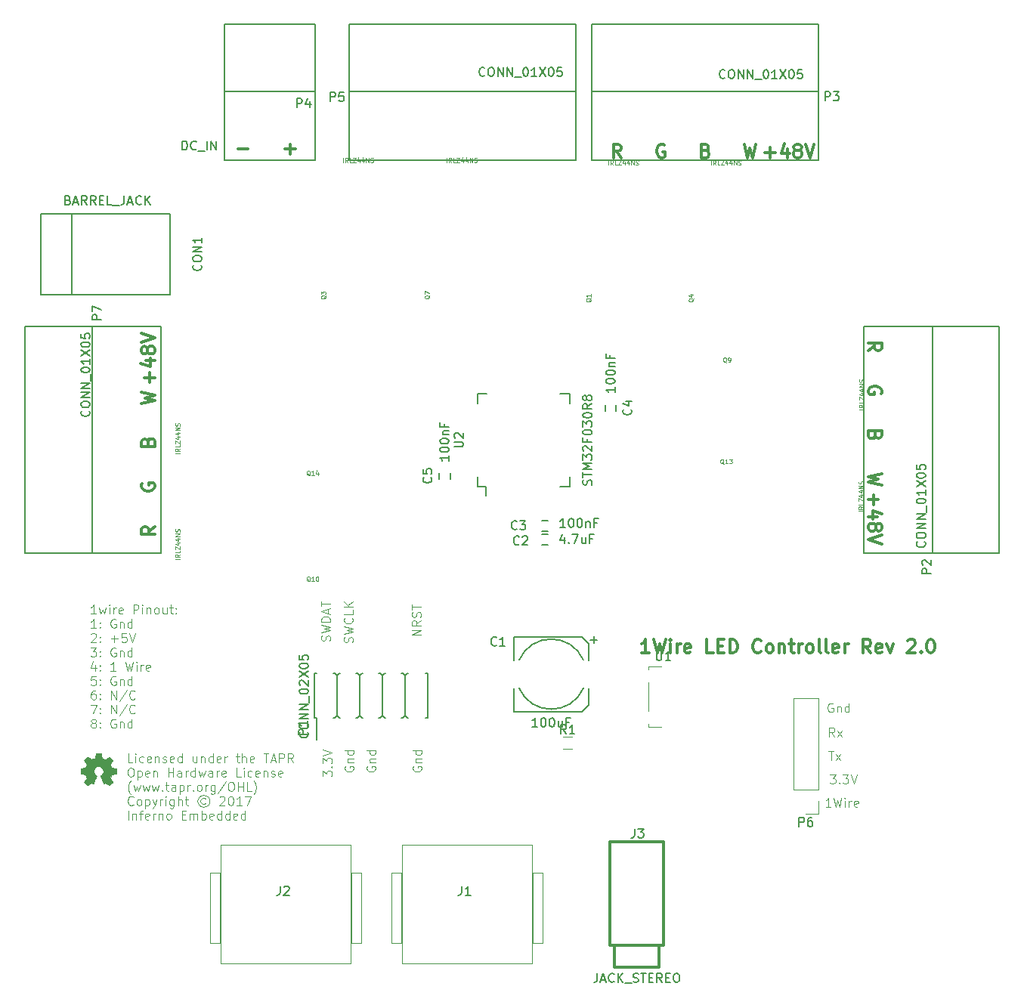
<source format=gto>
G04 #@! TF.FileFunction,Legend,Top*
%FSLAX46Y46*%
G04 Gerber Fmt 4.6, Leading zero omitted, Abs format (unit mm)*
G04 Created by KiCad (PCBNEW 4.0.4-stable) date 03/10/17 08:23:15*
%MOMM*%
%LPD*%
G01*
G04 APERTURE LIST*
%ADD10C,0.100000*%
%ADD11C,0.300000*%
%ADD12C,0.310000*%
%ADD13C,0.150000*%
%ADD14C,0.002540*%
%ADD15C,0.120000*%
%ADD16C,0.304800*%
%ADD17C,0.125000*%
%ADD18C,0.198120*%
G04 APERTURE END LIST*
D10*
D11*
X138473643Y-97702356D02*
X138473643Y-96559499D01*
X139045071Y-97130928D02*
X137902214Y-97130928D01*
X138045071Y-95202356D02*
X139045071Y-95202356D01*
X137473643Y-95559499D02*
X138545071Y-95916642D01*
X138545071Y-94988070D01*
X138187929Y-94202356D02*
X138116500Y-94345214D01*
X138045071Y-94416642D01*
X137902214Y-94488071D01*
X137830786Y-94488071D01*
X137687929Y-94416642D01*
X137616500Y-94345214D01*
X137545071Y-94202356D01*
X137545071Y-93916642D01*
X137616500Y-93773785D01*
X137687929Y-93702356D01*
X137830786Y-93630928D01*
X137902214Y-93630928D01*
X138045071Y-93702356D01*
X138116500Y-93773785D01*
X138187929Y-93916642D01*
X138187929Y-94202356D01*
X138259357Y-94345214D01*
X138330786Y-94416642D01*
X138473643Y-94488071D01*
X138759357Y-94488071D01*
X138902214Y-94416642D01*
X138973643Y-94345214D01*
X139045071Y-94202356D01*
X139045071Y-93916642D01*
X138973643Y-93773785D01*
X138902214Y-93702356D01*
X138759357Y-93630928D01*
X138473643Y-93630928D01*
X138330786Y-93702356D01*
X138259357Y-93773785D01*
X138187929Y-93916642D01*
X137545071Y-93202357D02*
X139045071Y-92702357D01*
X137545071Y-92202357D01*
X139045071Y-113842713D02*
X138330786Y-114342713D01*
X139045071Y-114699856D02*
X137545071Y-114699856D01*
X137545071Y-114128428D01*
X137616500Y-113985570D01*
X137687929Y-113914142D01*
X137830786Y-113842713D01*
X138045071Y-113842713D01*
X138187929Y-113914142D01*
X138259357Y-113985570D01*
X138330786Y-114128428D01*
X138330786Y-114699856D01*
X137616500Y-108985571D02*
X137545071Y-109128428D01*
X137545071Y-109342714D01*
X137616500Y-109556999D01*
X137759357Y-109699857D01*
X137902214Y-109771285D01*
X138187929Y-109842714D01*
X138402214Y-109842714D01*
X138687929Y-109771285D01*
X138830786Y-109699857D01*
X138973643Y-109556999D01*
X139045071Y-109342714D01*
X139045071Y-109199857D01*
X138973643Y-108985571D01*
X138902214Y-108914142D01*
X138402214Y-108914142D01*
X138402214Y-109199857D01*
X138259357Y-104342714D02*
X138330786Y-104128428D01*
X138402214Y-104057000D01*
X138545071Y-103985571D01*
X138759357Y-103985571D01*
X138902214Y-104057000D01*
X138973643Y-104128428D01*
X139045071Y-104271286D01*
X139045071Y-104842714D01*
X137545071Y-104842714D01*
X137545071Y-104342714D01*
X137616500Y-104199857D01*
X137687929Y-104128428D01*
X137830786Y-104057000D01*
X137973643Y-104057000D01*
X138116500Y-104128428D01*
X138187929Y-104199857D01*
X138259357Y-104342714D01*
X138259357Y-104842714D01*
X137545071Y-100057000D02*
X139045071Y-99699857D01*
X137973643Y-99414143D01*
X139045071Y-99128429D01*
X137545071Y-98771286D01*
D10*
X214765096Y-145232381D02*
X214193667Y-145232381D01*
X214479381Y-145232381D02*
X214479381Y-144232381D01*
X214384143Y-144375238D01*
X214288905Y-144470476D01*
X214193667Y-144518095D01*
X215098429Y-144232381D02*
X215336524Y-145232381D01*
X215527001Y-144518095D01*
X215717477Y-145232381D01*
X215955572Y-144232381D01*
X216336524Y-145232381D02*
X216336524Y-144565714D01*
X216336524Y-144232381D02*
X216288905Y-144280000D01*
X216336524Y-144327619D01*
X216384143Y-144280000D01*
X216336524Y-144232381D01*
X216336524Y-144327619D01*
X216812714Y-145232381D02*
X216812714Y-144565714D01*
X216812714Y-144756190D02*
X216860333Y-144660952D01*
X216907952Y-144613333D01*
X217003190Y-144565714D01*
X217098429Y-144565714D01*
X217812715Y-145184762D02*
X217717477Y-145232381D01*
X217527000Y-145232381D01*
X217431762Y-145184762D01*
X217384143Y-145089524D01*
X217384143Y-144708571D01*
X217431762Y-144613333D01*
X217527000Y-144565714D01*
X217717477Y-144565714D01*
X217812715Y-144613333D01*
X217860334Y-144708571D01*
X217860334Y-144803810D01*
X217384143Y-144899048D01*
X132460905Y-123592381D02*
X131889476Y-123592381D01*
X132175190Y-123592381D02*
X132175190Y-122592381D01*
X132079952Y-122735238D01*
X131984714Y-122830476D01*
X131889476Y-122878095D01*
X132794238Y-122925714D02*
X132984714Y-123592381D01*
X133175191Y-123116190D01*
X133365667Y-123592381D01*
X133556143Y-122925714D01*
X133937095Y-123592381D02*
X133937095Y-122925714D01*
X133937095Y-122592381D02*
X133889476Y-122640000D01*
X133937095Y-122687619D01*
X133984714Y-122640000D01*
X133937095Y-122592381D01*
X133937095Y-122687619D01*
X134413285Y-123592381D02*
X134413285Y-122925714D01*
X134413285Y-123116190D02*
X134460904Y-123020952D01*
X134508523Y-122973333D01*
X134603761Y-122925714D01*
X134699000Y-122925714D01*
X135413286Y-123544762D02*
X135318048Y-123592381D01*
X135127571Y-123592381D01*
X135032333Y-123544762D01*
X134984714Y-123449524D01*
X134984714Y-123068571D01*
X135032333Y-122973333D01*
X135127571Y-122925714D01*
X135318048Y-122925714D01*
X135413286Y-122973333D01*
X135460905Y-123068571D01*
X135460905Y-123163810D01*
X134984714Y-123259048D01*
X136651381Y-123592381D02*
X136651381Y-122592381D01*
X137032334Y-122592381D01*
X137127572Y-122640000D01*
X137175191Y-122687619D01*
X137222810Y-122782857D01*
X137222810Y-122925714D01*
X137175191Y-123020952D01*
X137127572Y-123068571D01*
X137032334Y-123116190D01*
X136651381Y-123116190D01*
X137651381Y-123592381D02*
X137651381Y-122925714D01*
X137651381Y-122592381D02*
X137603762Y-122640000D01*
X137651381Y-122687619D01*
X137699000Y-122640000D01*
X137651381Y-122592381D01*
X137651381Y-122687619D01*
X138127571Y-122925714D02*
X138127571Y-123592381D01*
X138127571Y-123020952D02*
X138175190Y-122973333D01*
X138270428Y-122925714D01*
X138413286Y-122925714D01*
X138508524Y-122973333D01*
X138556143Y-123068571D01*
X138556143Y-123592381D01*
X139175190Y-123592381D02*
X139079952Y-123544762D01*
X139032333Y-123497143D01*
X138984714Y-123401905D01*
X138984714Y-123116190D01*
X139032333Y-123020952D01*
X139079952Y-122973333D01*
X139175190Y-122925714D01*
X139318048Y-122925714D01*
X139413286Y-122973333D01*
X139460905Y-123020952D01*
X139508524Y-123116190D01*
X139508524Y-123401905D01*
X139460905Y-123497143D01*
X139413286Y-123544762D01*
X139318048Y-123592381D01*
X139175190Y-123592381D01*
X140365667Y-122925714D02*
X140365667Y-123592381D01*
X139937095Y-122925714D02*
X139937095Y-123449524D01*
X139984714Y-123544762D01*
X140079952Y-123592381D01*
X140222810Y-123592381D01*
X140318048Y-123544762D01*
X140365667Y-123497143D01*
X140699000Y-122925714D02*
X141079952Y-122925714D01*
X140841857Y-122592381D02*
X140841857Y-123449524D01*
X140889476Y-123544762D01*
X140984714Y-123592381D01*
X141079952Y-123592381D01*
X141413286Y-123497143D02*
X141460905Y-123544762D01*
X141413286Y-123592381D01*
X141365667Y-123544762D01*
X141413286Y-123497143D01*
X141413286Y-123592381D01*
X141413286Y-122973333D02*
X141460905Y-123020952D01*
X141413286Y-123068571D01*
X141365667Y-123020952D01*
X141413286Y-122973333D01*
X141413286Y-123068571D01*
X132460905Y-125192381D02*
X131889476Y-125192381D01*
X132175190Y-125192381D02*
X132175190Y-124192381D01*
X132079952Y-124335238D01*
X131984714Y-124430476D01*
X131889476Y-124478095D01*
X132889476Y-125097143D02*
X132937095Y-125144762D01*
X132889476Y-125192381D01*
X132841857Y-125144762D01*
X132889476Y-125097143D01*
X132889476Y-125192381D01*
X132889476Y-124573333D02*
X132937095Y-124620952D01*
X132889476Y-124668571D01*
X132841857Y-124620952D01*
X132889476Y-124573333D01*
X132889476Y-124668571D01*
X134651381Y-124240000D02*
X134556143Y-124192381D01*
X134413286Y-124192381D01*
X134270428Y-124240000D01*
X134175190Y-124335238D01*
X134127571Y-124430476D01*
X134079952Y-124620952D01*
X134079952Y-124763810D01*
X134127571Y-124954286D01*
X134175190Y-125049524D01*
X134270428Y-125144762D01*
X134413286Y-125192381D01*
X134508524Y-125192381D01*
X134651381Y-125144762D01*
X134699000Y-125097143D01*
X134699000Y-124763810D01*
X134508524Y-124763810D01*
X135127571Y-124525714D02*
X135127571Y-125192381D01*
X135127571Y-124620952D02*
X135175190Y-124573333D01*
X135270428Y-124525714D01*
X135413286Y-124525714D01*
X135508524Y-124573333D01*
X135556143Y-124668571D01*
X135556143Y-125192381D01*
X136460905Y-125192381D02*
X136460905Y-124192381D01*
X136460905Y-125144762D02*
X136365667Y-125192381D01*
X136175190Y-125192381D01*
X136079952Y-125144762D01*
X136032333Y-125097143D01*
X135984714Y-125001905D01*
X135984714Y-124716190D01*
X136032333Y-124620952D01*
X136079952Y-124573333D01*
X136175190Y-124525714D01*
X136365667Y-124525714D01*
X136460905Y-124573333D01*
X131889476Y-125887619D02*
X131937095Y-125840000D01*
X132032333Y-125792381D01*
X132270429Y-125792381D01*
X132365667Y-125840000D01*
X132413286Y-125887619D01*
X132460905Y-125982857D01*
X132460905Y-126078095D01*
X132413286Y-126220952D01*
X131841857Y-126792381D01*
X132460905Y-126792381D01*
X132889476Y-126697143D02*
X132937095Y-126744762D01*
X132889476Y-126792381D01*
X132841857Y-126744762D01*
X132889476Y-126697143D01*
X132889476Y-126792381D01*
X132889476Y-126173333D02*
X132937095Y-126220952D01*
X132889476Y-126268571D01*
X132841857Y-126220952D01*
X132889476Y-126173333D01*
X132889476Y-126268571D01*
X134127571Y-126411429D02*
X134889476Y-126411429D01*
X134508524Y-126792381D02*
X134508524Y-126030476D01*
X135841857Y-125792381D02*
X135365666Y-125792381D01*
X135318047Y-126268571D01*
X135365666Y-126220952D01*
X135460904Y-126173333D01*
X135699000Y-126173333D01*
X135794238Y-126220952D01*
X135841857Y-126268571D01*
X135889476Y-126363810D01*
X135889476Y-126601905D01*
X135841857Y-126697143D01*
X135794238Y-126744762D01*
X135699000Y-126792381D01*
X135460904Y-126792381D01*
X135365666Y-126744762D01*
X135318047Y-126697143D01*
X136175190Y-125792381D02*
X136508523Y-126792381D01*
X136841857Y-125792381D01*
X131841857Y-127392381D02*
X132460905Y-127392381D01*
X132127571Y-127773333D01*
X132270429Y-127773333D01*
X132365667Y-127820952D01*
X132413286Y-127868571D01*
X132460905Y-127963810D01*
X132460905Y-128201905D01*
X132413286Y-128297143D01*
X132365667Y-128344762D01*
X132270429Y-128392381D01*
X131984714Y-128392381D01*
X131889476Y-128344762D01*
X131841857Y-128297143D01*
X132889476Y-128297143D02*
X132937095Y-128344762D01*
X132889476Y-128392381D01*
X132841857Y-128344762D01*
X132889476Y-128297143D01*
X132889476Y-128392381D01*
X132889476Y-127773333D02*
X132937095Y-127820952D01*
X132889476Y-127868571D01*
X132841857Y-127820952D01*
X132889476Y-127773333D01*
X132889476Y-127868571D01*
X134651381Y-127440000D02*
X134556143Y-127392381D01*
X134413286Y-127392381D01*
X134270428Y-127440000D01*
X134175190Y-127535238D01*
X134127571Y-127630476D01*
X134079952Y-127820952D01*
X134079952Y-127963810D01*
X134127571Y-128154286D01*
X134175190Y-128249524D01*
X134270428Y-128344762D01*
X134413286Y-128392381D01*
X134508524Y-128392381D01*
X134651381Y-128344762D01*
X134699000Y-128297143D01*
X134699000Y-127963810D01*
X134508524Y-127963810D01*
X135127571Y-127725714D02*
X135127571Y-128392381D01*
X135127571Y-127820952D02*
X135175190Y-127773333D01*
X135270428Y-127725714D01*
X135413286Y-127725714D01*
X135508524Y-127773333D01*
X135556143Y-127868571D01*
X135556143Y-128392381D01*
X136460905Y-128392381D02*
X136460905Y-127392381D01*
X136460905Y-128344762D02*
X136365667Y-128392381D01*
X136175190Y-128392381D01*
X136079952Y-128344762D01*
X136032333Y-128297143D01*
X135984714Y-128201905D01*
X135984714Y-127916190D01*
X136032333Y-127820952D01*
X136079952Y-127773333D01*
X136175190Y-127725714D01*
X136365667Y-127725714D01*
X136460905Y-127773333D01*
X132365667Y-129325714D02*
X132365667Y-129992381D01*
X132127571Y-128944762D02*
X131889476Y-129659048D01*
X132508524Y-129659048D01*
X132889476Y-129897143D02*
X132937095Y-129944762D01*
X132889476Y-129992381D01*
X132841857Y-129944762D01*
X132889476Y-129897143D01*
X132889476Y-129992381D01*
X132889476Y-129373333D02*
X132937095Y-129420952D01*
X132889476Y-129468571D01*
X132841857Y-129420952D01*
X132889476Y-129373333D01*
X132889476Y-129468571D01*
X134651381Y-129992381D02*
X134079952Y-129992381D01*
X134365666Y-129992381D02*
X134365666Y-128992381D01*
X134270428Y-129135238D01*
X134175190Y-129230476D01*
X134079952Y-129278095D01*
X135746619Y-128992381D02*
X135984714Y-129992381D01*
X136175191Y-129278095D01*
X136365667Y-129992381D01*
X136603762Y-128992381D01*
X136984714Y-129992381D02*
X136984714Y-129325714D01*
X136984714Y-128992381D02*
X136937095Y-129040000D01*
X136984714Y-129087619D01*
X137032333Y-129040000D01*
X136984714Y-128992381D01*
X136984714Y-129087619D01*
X137460904Y-129992381D02*
X137460904Y-129325714D01*
X137460904Y-129516190D02*
X137508523Y-129420952D01*
X137556142Y-129373333D01*
X137651380Y-129325714D01*
X137746619Y-129325714D01*
X138460905Y-129944762D02*
X138365667Y-129992381D01*
X138175190Y-129992381D01*
X138079952Y-129944762D01*
X138032333Y-129849524D01*
X138032333Y-129468571D01*
X138079952Y-129373333D01*
X138175190Y-129325714D01*
X138365667Y-129325714D01*
X138460905Y-129373333D01*
X138508524Y-129468571D01*
X138508524Y-129563810D01*
X138032333Y-129659048D01*
X132413286Y-130592381D02*
X131937095Y-130592381D01*
X131889476Y-131068571D01*
X131937095Y-131020952D01*
X132032333Y-130973333D01*
X132270429Y-130973333D01*
X132365667Y-131020952D01*
X132413286Y-131068571D01*
X132460905Y-131163810D01*
X132460905Y-131401905D01*
X132413286Y-131497143D01*
X132365667Y-131544762D01*
X132270429Y-131592381D01*
X132032333Y-131592381D01*
X131937095Y-131544762D01*
X131889476Y-131497143D01*
X132889476Y-131497143D02*
X132937095Y-131544762D01*
X132889476Y-131592381D01*
X132841857Y-131544762D01*
X132889476Y-131497143D01*
X132889476Y-131592381D01*
X132889476Y-130973333D02*
X132937095Y-131020952D01*
X132889476Y-131068571D01*
X132841857Y-131020952D01*
X132889476Y-130973333D01*
X132889476Y-131068571D01*
X134651381Y-130640000D02*
X134556143Y-130592381D01*
X134413286Y-130592381D01*
X134270428Y-130640000D01*
X134175190Y-130735238D01*
X134127571Y-130830476D01*
X134079952Y-131020952D01*
X134079952Y-131163810D01*
X134127571Y-131354286D01*
X134175190Y-131449524D01*
X134270428Y-131544762D01*
X134413286Y-131592381D01*
X134508524Y-131592381D01*
X134651381Y-131544762D01*
X134699000Y-131497143D01*
X134699000Y-131163810D01*
X134508524Y-131163810D01*
X135127571Y-130925714D02*
X135127571Y-131592381D01*
X135127571Y-131020952D02*
X135175190Y-130973333D01*
X135270428Y-130925714D01*
X135413286Y-130925714D01*
X135508524Y-130973333D01*
X135556143Y-131068571D01*
X135556143Y-131592381D01*
X136460905Y-131592381D02*
X136460905Y-130592381D01*
X136460905Y-131544762D02*
X136365667Y-131592381D01*
X136175190Y-131592381D01*
X136079952Y-131544762D01*
X136032333Y-131497143D01*
X135984714Y-131401905D01*
X135984714Y-131116190D01*
X136032333Y-131020952D01*
X136079952Y-130973333D01*
X136175190Y-130925714D01*
X136365667Y-130925714D01*
X136460905Y-130973333D01*
X132365667Y-132192381D02*
X132175190Y-132192381D01*
X132079952Y-132240000D01*
X132032333Y-132287619D01*
X131937095Y-132430476D01*
X131889476Y-132620952D01*
X131889476Y-133001905D01*
X131937095Y-133097143D01*
X131984714Y-133144762D01*
X132079952Y-133192381D01*
X132270429Y-133192381D01*
X132365667Y-133144762D01*
X132413286Y-133097143D01*
X132460905Y-133001905D01*
X132460905Y-132763810D01*
X132413286Y-132668571D01*
X132365667Y-132620952D01*
X132270429Y-132573333D01*
X132079952Y-132573333D01*
X131984714Y-132620952D01*
X131937095Y-132668571D01*
X131889476Y-132763810D01*
X132889476Y-133097143D02*
X132937095Y-133144762D01*
X132889476Y-133192381D01*
X132841857Y-133144762D01*
X132889476Y-133097143D01*
X132889476Y-133192381D01*
X132889476Y-132573333D02*
X132937095Y-132620952D01*
X132889476Y-132668571D01*
X132841857Y-132620952D01*
X132889476Y-132573333D01*
X132889476Y-132668571D01*
X134127571Y-133192381D02*
X134127571Y-132192381D01*
X134699000Y-133192381D01*
X134699000Y-132192381D01*
X135889476Y-132144762D02*
X135032333Y-133430476D01*
X136794238Y-133097143D02*
X136746619Y-133144762D01*
X136603762Y-133192381D01*
X136508524Y-133192381D01*
X136365666Y-133144762D01*
X136270428Y-133049524D01*
X136222809Y-132954286D01*
X136175190Y-132763810D01*
X136175190Y-132620952D01*
X136222809Y-132430476D01*
X136270428Y-132335238D01*
X136365666Y-132240000D01*
X136508524Y-132192381D01*
X136603762Y-132192381D01*
X136746619Y-132240000D01*
X136794238Y-132287619D01*
X131841857Y-133792381D02*
X132508524Y-133792381D01*
X132079952Y-134792381D01*
X132889476Y-134697143D02*
X132937095Y-134744762D01*
X132889476Y-134792381D01*
X132841857Y-134744762D01*
X132889476Y-134697143D01*
X132889476Y-134792381D01*
X132889476Y-134173333D02*
X132937095Y-134220952D01*
X132889476Y-134268571D01*
X132841857Y-134220952D01*
X132889476Y-134173333D01*
X132889476Y-134268571D01*
X134127571Y-134792381D02*
X134127571Y-133792381D01*
X134699000Y-134792381D01*
X134699000Y-133792381D01*
X135889476Y-133744762D02*
X135032333Y-135030476D01*
X136794238Y-134697143D02*
X136746619Y-134744762D01*
X136603762Y-134792381D01*
X136508524Y-134792381D01*
X136365666Y-134744762D01*
X136270428Y-134649524D01*
X136222809Y-134554286D01*
X136175190Y-134363810D01*
X136175190Y-134220952D01*
X136222809Y-134030476D01*
X136270428Y-133935238D01*
X136365666Y-133840000D01*
X136508524Y-133792381D01*
X136603762Y-133792381D01*
X136746619Y-133840000D01*
X136794238Y-133887619D01*
X132079952Y-135820952D02*
X131984714Y-135773333D01*
X131937095Y-135725714D01*
X131889476Y-135630476D01*
X131889476Y-135582857D01*
X131937095Y-135487619D01*
X131984714Y-135440000D01*
X132079952Y-135392381D01*
X132270429Y-135392381D01*
X132365667Y-135440000D01*
X132413286Y-135487619D01*
X132460905Y-135582857D01*
X132460905Y-135630476D01*
X132413286Y-135725714D01*
X132365667Y-135773333D01*
X132270429Y-135820952D01*
X132079952Y-135820952D01*
X131984714Y-135868571D01*
X131937095Y-135916190D01*
X131889476Y-136011429D01*
X131889476Y-136201905D01*
X131937095Y-136297143D01*
X131984714Y-136344762D01*
X132079952Y-136392381D01*
X132270429Y-136392381D01*
X132365667Y-136344762D01*
X132413286Y-136297143D01*
X132460905Y-136201905D01*
X132460905Y-136011429D01*
X132413286Y-135916190D01*
X132365667Y-135868571D01*
X132270429Y-135820952D01*
X132889476Y-136297143D02*
X132937095Y-136344762D01*
X132889476Y-136392381D01*
X132841857Y-136344762D01*
X132889476Y-136297143D01*
X132889476Y-136392381D01*
X132889476Y-135773333D02*
X132937095Y-135820952D01*
X132889476Y-135868571D01*
X132841857Y-135820952D01*
X132889476Y-135773333D01*
X132889476Y-135868571D01*
X134651381Y-135440000D02*
X134556143Y-135392381D01*
X134413286Y-135392381D01*
X134270428Y-135440000D01*
X134175190Y-135535238D01*
X134127571Y-135630476D01*
X134079952Y-135820952D01*
X134079952Y-135963810D01*
X134127571Y-136154286D01*
X134175190Y-136249524D01*
X134270428Y-136344762D01*
X134413286Y-136392381D01*
X134508524Y-136392381D01*
X134651381Y-136344762D01*
X134699000Y-136297143D01*
X134699000Y-135963810D01*
X134508524Y-135963810D01*
X135127571Y-135725714D02*
X135127571Y-136392381D01*
X135127571Y-135820952D02*
X135175190Y-135773333D01*
X135270428Y-135725714D01*
X135413286Y-135725714D01*
X135508524Y-135773333D01*
X135556143Y-135868571D01*
X135556143Y-136392381D01*
X136460905Y-136392381D02*
X136460905Y-135392381D01*
X136460905Y-136344762D02*
X136365667Y-136392381D01*
X136175190Y-136392381D01*
X136079952Y-136344762D01*
X136032333Y-136297143D01*
X135984714Y-136201905D01*
X135984714Y-135916190D01*
X136032333Y-135820952D01*
X136079952Y-135773333D01*
X136175190Y-135725714D01*
X136365667Y-135725714D01*
X136460905Y-135773333D01*
D12*
X194458787Y-127996071D02*
X193601644Y-127996071D01*
X194030216Y-127996071D02*
X194030216Y-126496071D01*
X193887359Y-126710357D01*
X193744501Y-126853214D01*
X193601644Y-126924643D01*
X194958787Y-126496071D02*
X195315930Y-127996071D01*
X195601644Y-126924643D01*
X195887358Y-127996071D01*
X196244501Y-126496071D01*
X196815930Y-127996071D02*
X196815930Y-126996071D01*
X196815930Y-126496071D02*
X196744501Y-126567500D01*
X196815930Y-126638929D01*
X196887358Y-126567500D01*
X196815930Y-126496071D01*
X196815930Y-126638929D01*
X197530216Y-127996071D02*
X197530216Y-126996071D01*
X197530216Y-127281786D02*
X197601644Y-127138929D01*
X197673073Y-127067500D01*
X197815930Y-126996071D01*
X197958787Y-126996071D01*
X199030215Y-127924643D02*
X198887358Y-127996071D01*
X198601644Y-127996071D01*
X198458787Y-127924643D01*
X198387358Y-127781786D01*
X198387358Y-127210357D01*
X198458787Y-127067500D01*
X198601644Y-126996071D01*
X198887358Y-126996071D01*
X199030215Y-127067500D01*
X199101644Y-127210357D01*
X199101644Y-127353214D01*
X198387358Y-127496071D01*
X201601644Y-127996071D02*
X200887358Y-127996071D01*
X200887358Y-126496071D01*
X202101644Y-127210357D02*
X202601644Y-127210357D01*
X202815930Y-127996071D02*
X202101644Y-127996071D01*
X202101644Y-126496071D01*
X202815930Y-126496071D01*
X203458787Y-127996071D02*
X203458787Y-126496071D01*
X203815930Y-126496071D01*
X204030215Y-126567500D01*
X204173073Y-126710357D01*
X204244501Y-126853214D01*
X204315930Y-127138929D01*
X204315930Y-127353214D01*
X204244501Y-127638929D01*
X204173073Y-127781786D01*
X204030215Y-127924643D01*
X203815930Y-127996071D01*
X203458787Y-127996071D01*
X206958787Y-127853214D02*
X206887358Y-127924643D01*
X206673072Y-127996071D01*
X206530215Y-127996071D01*
X206315930Y-127924643D01*
X206173072Y-127781786D01*
X206101644Y-127638929D01*
X206030215Y-127353214D01*
X206030215Y-127138929D01*
X206101644Y-126853214D01*
X206173072Y-126710357D01*
X206315930Y-126567500D01*
X206530215Y-126496071D01*
X206673072Y-126496071D01*
X206887358Y-126567500D01*
X206958787Y-126638929D01*
X207815930Y-127996071D02*
X207673072Y-127924643D01*
X207601644Y-127853214D01*
X207530215Y-127710357D01*
X207530215Y-127281786D01*
X207601644Y-127138929D01*
X207673072Y-127067500D01*
X207815930Y-126996071D01*
X208030215Y-126996071D01*
X208173072Y-127067500D01*
X208244501Y-127138929D01*
X208315930Y-127281786D01*
X208315930Y-127710357D01*
X208244501Y-127853214D01*
X208173072Y-127924643D01*
X208030215Y-127996071D01*
X207815930Y-127996071D01*
X208958787Y-126996071D02*
X208958787Y-127996071D01*
X208958787Y-127138929D02*
X209030215Y-127067500D01*
X209173073Y-126996071D01*
X209387358Y-126996071D01*
X209530215Y-127067500D01*
X209601644Y-127210357D01*
X209601644Y-127996071D01*
X210101644Y-126996071D02*
X210673073Y-126996071D01*
X210315930Y-126496071D02*
X210315930Y-127781786D01*
X210387358Y-127924643D01*
X210530216Y-127996071D01*
X210673073Y-127996071D01*
X211173073Y-127996071D02*
X211173073Y-126996071D01*
X211173073Y-127281786D02*
X211244501Y-127138929D01*
X211315930Y-127067500D01*
X211458787Y-126996071D01*
X211601644Y-126996071D01*
X212315930Y-127996071D02*
X212173072Y-127924643D01*
X212101644Y-127853214D01*
X212030215Y-127710357D01*
X212030215Y-127281786D01*
X212101644Y-127138929D01*
X212173072Y-127067500D01*
X212315930Y-126996071D01*
X212530215Y-126996071D01*
X212673072Y-127067500D01*
X212744501Y-127138929D01*
X212815930Y-127281786D01*
X212815930Y-127710357D01*
X212744501Y-127853214D01*
X212673072Y-127924643D01*
X212530215Y-127996071D01*
X212315930Y-127996071D01*
X213673073Y-127996071D02*
X213530215Y-127924643D01*
X213458787Y-127781786D01*
X213458787Y-126496071D01*
X214458787Y-127996071D02*
X214315929Y-127924643D01*
X214244501Y-127781786D01*
X214244501Y-126496071D01*
X215601643Y-127924643D02*
X215458786Y-127996071D01*
X215173072Y-127996071D01*
X215030215Y-127924643D01*
X214958786Y-127781786D01*
X214958786Y-127210357D01*
X215030215Y-127067500D01*
X215173072Y-126996071D01*
X215458786Y-126996071D01*
X215601643Y-127067500D01*
X215673072Y-127210357D01*
X215673072Y-127353214D01*
X214958786Y-127496071D01*
X216315929Y-127996071D02*
X216315929Y-126996071D01*
X216315929Y-127281786D02*
X216387357Y-127138929D01*
X216458786Y-127067500D01*
X216601643Y-126996071D01*
X216744500Y-126996071D01*
X219244500Y-127996071D02*
X218744500Y-127281786D01*
X218387357Y-127996071D02*
X218387357Y-126496071D01*
X218958785Y-126496071D01*
X219101643Y-126567500D01*
X219173071Y-126638929D01*
X219244500Y-126781786D01*
X219244500Y-126996071D01*
X219173071Y-127138929D01*
X219101643Y-127210357D01*
X218958785Y-127281786D01*
X218387357Y-127281786D01*
X220458785Y-127924643D02*
X220315928Y-127996071D01*
X220030214Y-127996071D01*
X219887357Y-127924643D01*
X219815928Y-127781786D01*
X219815928Y-127210357D01*
X219887357Y-127067500D01*
X220030214Y-126996071D01*
X220315928Y-126996071D01*
X220458785Y-127067500D01*
X220530214Y-127210357D01*
X220530214Y-127353214D01*
X219815928Y-127496071D01*
X221030214Y-126996071D02*
X221387357Y-127996071D01*
X221744499Y-126996071D01*
X223387356Y-126638929D02*
X223458785Y-126567500D01*
X223601642Y-126496071D01*
X223958785Y-126496071D01*
X224101642Y-126567500D01*
X224173071Y-126638929D01*
X224244499Y-126781786D01*
X224244499Y-126924643D01*
X224173071Y-127138929D01*
X223315928Y-127996071D01*
X224244499Y-127996071D01*
X224887356Y-127853214D02*
X224958784Y-127924643D01*
X224887356Y-127996071D01*
X224815927Y-127924643D01*
X224887356Y-127853214D01*
X224887356Y-127996071D01*
X225887356Y-126496071D02*
X226030213Y-126496071D01*
X226173070Y-126567500D01*
X226244499Y-126638929D01*
X226315928Y-126781786D01*
X226387356Y-127067500D01*
X226387356Y-127424643D01*
X226315928Y-127710357D01*
X226244499Y-127853214D01*
X226173070Y-127924643D01*
X226030213Y-127996071D01*
X225887356Y-127996071D01*
X225744499Y-127924643D01*
X225673070Y-127853214D01*
X225601642Y-127710357D01*
X225530213Y-127424643D01*
X225530213Y-127067500D01*
X225601642Y-126781786D01*
X225673070Y-126638929D01*
X225744499Y-126567500D01*
X225887356Y-126496071D01*
D10*
X136540786Y-140254381D02*
X136064595Y-140254381D01*
X136064595Y-139254381D01*
X136874119Y-140254381D02*
X136874119Y-139587714D01*
X136874119Y-139254381D02*
X136826500Y-139302000D01*
X136874119Y-139349619D01*
X136921738Y-139302000D01*
X136874119Y-139254381D01*
X136874119Y-139349619D01*
X137778881Y-140206762D02*
X137683643Y-140254381D01*
X137493166Y-140254381D01*
X137397928Y-140206762D01*
X137350309Y-140159143D01*
X137302690Y-140063905D01*
X137302690Y-139778190D01*
X137350309Y-139682952D01*
X137397928Y-139635333D01*
X137493166Y-139587714D01*
X137683643Y-139587714D01*
X137778881Y-139635333D01*
X138588405Y-140206762D02*
X138493167Y-140254381D01*
X138302690Y-140254381D01*
X138207452Y-140206762D01*
X138159833Y-140111524D01*
X138159833Y-139730571D01*
X138207452Y-139635333D01*
X138302690Y-139587714D01*
X138493167Y-139587714D01*
X138588405Y-139635333D01*
X138636024Y-139730571D01*
X138636024Y-139825810D01*
X138159833Y-139921048D01*
X139064595Y-139587714D02*
X139064595Y-140254381D01*
X139064595Y-139682952D02*
X139112214Y-139635333D01*
X139207452Y-139587714D01*
X139350310Y-139587714D01*
X139445548Y-139635333D01*
X139493167Y-139730571D01*
X139493167Y-140254381D01*
X139921738Y-140206762D02*
X140016976Y-140254381D01*
X140207452Y-140254381D01*
X140302691Y-140206762D01*
X140350310Y-140111524D01*
X140350310Y-140063905D01*
X140302691Y-139968667D01*
X140207452Y-139921048D01*
X140064595Y-139921048D01*
X139969357Y-139873429D01*
X139921738Y-139778190D01*
X139921738Y-139730571D01*
X139969357Y-139635333D01*
X140064595Y-139587714D01*
X140207452Y-139587714D01*
X140302691Y-139635333D01*
X141159834Y-140206762D02*
X141064596Y-140254381D01*
X140874119Y-140254381D01*
X140778881Y-140206762D01*
X140731262Y-140111524D01*
X140731262Y-139730571D01*
X140778881Y-139635333D01*
X140874119Y-139587714D01*
X141064596Y-139587714D01*
X141159834Y-139635333D01*
X141207453Y-139730571D01*
X141207453Y-139825810D01*
X140731262Y-139921048D01*
X142064596Y-140254381D02*
X142064596Y-139254381D01*
X142064596Y-140206762D02*
X141969358Y-140254381D01*
X141778881Y-140254381D01*
X141683643Y-140206762D01*
X141636024Y-140159143D01*
X141588405Y-140063905D01*
X141588405Y-139778190D01*
X141636024Y-139682952D01*
X141683643Y-139635333D01*
X141778881Y-139587714D01*
X141969358Y-139587714D01*
X142064596Y-139635333D01*
X143731263Y-139587714D02*
X143731263Y-140254381D01*
X143302691Y-139587714D02*
X143302691Y-140111524D01*
X143350310Y-140206762D01*
X143445548Y-140254381D01*
X143588406Y-140254381D01*
X143683644Y-140206762D01*
X143731263Y-140159143D01*
X144207453Y-139587714D02*
X144207453Y-140254381D01*
X144207453Y-139682952D02*
X144255072Y-139635333D01*
X144350310Y-139587714D01*
X144493168Y-139587714D01*
X144588406Y-139635333D01*
X144636025Y-139730571D01*
X144636025Y-140254381D01*
X145540787Y-140254381D02*
X145540787Y-139254381D01*
X145540787Y-140206762D02*
X145445549Y-140254381D01*
X145255072Y-140254381D01*
X145159834Y-140206762D01*
X145112215Y-140159143D01*
X145064596Y-140063905D01*
X145064596Y-139778190D01*
X145112215Y-139682952D01*
X145159834Y-139635333D01*
X145255072Y-139587714D01*
X145445549Y-139587714D01*
X145540787Y-139635333D01*
X146397930Y-140206762D02*
X146302692Y-140254381D01*
X146112215Y-140254381D01*
X146016977Y-140206762D01*
X145969358Y-140111524D01*
X145969358Y-139730571D01*
X146016977Y-139635333D01*
X146112215Y-139587714D01*
X146302692Y-139587714D01*
X146397930Y-139635333D01*
X146445549Y-139730571D01*
X146445549Y-139825810D01*
X145969358Y-139921048D01*
X146874120Y-140254381D02*
X146874120Y-139587714D01*
X146874120Y-139778190D02*
X146921739Y-139682952D01*
X146969358Y-139635333D01*
X147064596Y-139587714D01*
X147159835Y-139587714D01*
X148112216Y-139587714D02*
X148493168Y-139587714D01*
X148255073Y-139254381D02*
X148255073Y-140111524D01*
X148302692Y-140206762D01*
X148397930Y-140254381D01*
X148493168Y-140254381D01*
X148826502Y-140254381D02*
X148826502Y-139254381D01*
X149255074Y-140254381D02*
X149255074Y-139730571D01*
X149207455Y-139635333D01*
X149112217Y-139587714D01*
X148969359Y-139587714D01*
X148874121Y-139635333D01*
X148826502Y-139682952D01*
X150112217Y-140206762D02*
X150016979Y-140254381D01*
X149826502Y-140254381D01*
X149731264Y-140206762D01*
X149683645Y-140111524D01*
X149683645Y-139730571D01*
X149731264Y-139635333D01*
X149826502Y-139587714D01*
X150016979Y-139587714D01*
X150112217Y-139635333D01*
X150159836Y-139730571D01*
X150159836Y-139825810D01*
X149683645Y-139921048D01*
X151207455Y-139254381D02*
X151778884Y-139254381D01*
X151493169Y-140254381D02*
X151493169Y-139254381D01*
X152064598Y-139968667D02*
X152540789Y-139968667D01*
X151969360Y-140254381D02*
X152302693Y-139254381D01*
X152636027Y-140254381D01*
X152969360Y-140254381D02*
X152969360Y-139254381D01*
X153350313Y-139254381D01*
X153445551Y-139302000D01*
X153493170Y-139349619D01*
X153540789Y-139444857D01*
X153540789Y-139587714D01*
X153493170Y-139682952D01*
X153445551Y-139730571D01*
X153350313Y-139778190D01*
X152969360Y-139778190D01*
X154540789Y-140254381D02*
X154207455Y-139778190D01*
X153969360Y-140254381D02*
X153969360Y-139254381D01*
X154350313Y-139254381D01*
X154445551Y-139302000D01*
X154493170Y-139349619D01*
X154540789Y-139444857D01*
X154540789Y-139587714D01*
X154493170Y-139682952D01*
X154445551Y-139730571D01*
X154350313Y-139778190D01*
X153969360Y-139778190D01*
X136255071Y-140854381D02*
X136445548Y-140854381D01*
X136540786Y-140902000D01*
X136636024Y-140997238D01*
X136683643Y-141187714D01*
X136683643Y-141521048D01*
X136636024Y-141711524D01*
X136540786Y-141806762D01*
X136445548Y-141854381D01*
X136255071Y-141854381D01*
X136159833Y-141806762D01*
X136064595Y-141711524D01*
X136016976Y-141521048D01*
X136016976Y-141187714D01*
X136064595Y-140997238D01*
X136159833Y-140902000D01*
X136255071Y-140854381D01*
X137112214Y-141187714D02*
X137112214Y-142187714D01*
X137112214Y-141235333D02*
X137207452Y-141187714D01*
X137397929Y-141187714D01*
X137493167Y-141235333D01*
X137540786Y-141282952D01*
X137588405Y-141378190D01*
X137588405Y-141663905D01*
X137540786Y-141759143D01*
X137493167Y-141806762D01*
X137397929Y-141854381D01*
X137207452Y-141854381D01*
X137112214Y-141806762D01*
X138397929Y-141806762D02*
X138302691Y-141854381D01*
X138112214Y-141854381D01*
X138016976Y-141806762D01*
X137969357Y-141711524D01*
X137969357Y-141330571D01*
X138016976Y-141235333D01*
X138112214Y-141187714D01*
X138302691Y-141187714D01*
X138397929Y-141235333D01*
X138445548Y-141330571D01*
X138445548Y-141425810D01*
X137969357Y-141521048D01*
X138874119Y-141187714D02*
X138874119Y-141854381D01*
X138874119Y-141282952D02*
X138921738Y-141235333D01*
X139016976Y-141187714D01*
X139159834Y-141187714D01*
X139255072Y-141235333D01*
X139302691Y-141330571D01*
X139302691Y-141854381D01*
X140540786Y-141854381D02*
X140540786Y-140854381D01*
X140540786Y-141330571D02*
X141112215Y-141330571D01*
X141112215Y-141854381D02*
X141112215Y-140854381D01*
X142016977Y-141854381D02*
X142016977Y-141330571D01*
X141969358Y-141235333D01*
X141874120Y-141187714D01*
X141683643Y-141187714D01*
X141588405Y-141235333D01*
X142016977Y-141806762D02*
X141921739Y-141854381D01*
X141683643Y-141854381D01*
X141588405Y-141806762D01*
X141540786Y-141711524D01*
X141540786Y-141616286D01*
X141588405Y-141521048D01*
X141683643Y-141473429D01*
X141921739Y-141473429D01*
X142016977Y-141425810D01*
X142493167Y-141854381D02*
X142493167Y-141187714D01*
X142493167Y-141378190D02*
X142540786Y-141282952D01*
X142588405Y-141235333D01*
X142683643Y-141187714D01*
X142778882Y-141187714D01*
X143540787Y-141854381D02*
X143540787Y-140854381D01*
X143540787Y-141806762D02*
X143445549Y-141854381D01*
X143255072Y-141854381D01*
X143159834Y-141806762D01*
X143112215Y-141759143D01*
X143064596Y-141663905D01*
X143064596Y-141378190D01*
X143112215Y-141282952D01*
X143159834Y-141235333D01*
X143255072Y-141187714D01*
X143445549Y-141187714D01*
X143540787Y-141235333D01*
X143921739Y-141187714D02*
X144112215Y-141854381D01*
X144302692Y-141378190D01*
X144493168Y-141854381D01*
X144683644Y-141187714D01*
X145493168Y-141854381D02*
X145493168Y-141330571D01*
X145445549Y-141235333D01*
X145350311Y-141187714D01*
X145159834Y-141187714D01*
X145064596Y-141235333D01*
X145493168Y-141806762D02*
X145397930Y-141854381D01*
X145159834Y-141854381D01*
X145064596Y-141806762D01*
X145016977Y-141711524D01*
X145016977Y-141616286D01*
X145064596Y-141521048D01*
X145159834Y-141473429D01*
X145397930Y-141473429D01*
X145493168Y-141425810D01*
X145969358Y-141854381D02*
X145969358Y-141187714D01*
X145969358Y-141378190D02*
X146016977Y-141282952D01*
X146064596Y-141235333D01*
X146159834Y-141187714D01*
X146255073Y-141187714D01*
X146969359Y-141806762D02*
X146874121Y-141854381D01*
X146683644Y-141854381D01*
X146588406Y-141806762D01*
X146540787Y-141711524D01*
X146540787Y-141330571D01*
X146588406Y-141235333D01*
X146683644Y-141187714D01*
X146874121Y-141187714D01*
X146969359Y-141235333D01*
X147016978Y-141330571D01*
X147016978Y-141425810D01*
X146540787Y-141521048D01*
X148683645Y-141854381D02*
X148207454Y-141854381D01*
X148207454Y-140854381D01*
X149016978Y-141854381D02*
X149016978Y-141187714D01*
X149016978Y-140854381D02*
X148969359Y-140902000D01*
X149016978Y-140949619D01*
X149064597Y-140902000D01*
X149016978Y-140854381D01*
X149016978Y-140949619D01*
X149921740Y-141806762D02*
X149826502Y-141854381D01*
X149636025Y-141854381D01*
X149540787Y-141806762D01*
X149493168Y-141759143D01*
X149445549Y-141663905D01*
X149445549Y-141378190D01*
X149493168Y-141282952D01*
X149540787Y-141235333D01*
X149636025Y-141187714D01*
X149826502Y-141187714D01*
X149921740Y-141235333D01*
X150731264Y-141806762D02*
X150636026Y-141854381D01*
X150445549Y-141854381D01*
X150350311Y-141806762D01*
X150302692Y-141711524D01*
X150302692Y-141330571D01*
X150350311Y-141235333D01*
X150445549Y-141187714D01*
X150636026Y-141187714D01*
X150731264Y-141235333D01*
X150778883Y-141330571D01*
X150778883Y-141425810D01*
X150302692Y-141521048D01*
X151207454Y-141187714D02*
X151207454Y-141854381D01*
X151207454Y-141282952D02*
X151255073Y-141235333D01*
X151350311Y-141187714D01*
X151493169Y-141187714D01*
X151588407Y-141235333D01*
X151636026Y-141330571D01*
X151636026Y-141854381D01*
X152064597Y-141806762D02*
X152159835Y-141854381D01*
X152350311Y-141854381D01*
X152445550Y-141806762D01*
X152493169Y-141711524D01*
X152493169Y-141663905D01*
X152445550Y-141568667D01*
X152350311Y-141521048D01*
X152207454Y-141521048D01*
X152112216Y-141473429D01*
X152064597Y-141378190D01*
X152064597Y-141330571D01*
X152112216Y-141235333D01*
X152207454Y-141187714D01*
X152350311Y-141187714D01*
X152445550Y-141235333D01*
X153302693Y-141806762D02*
X153207455Y-141854381D01*
X153016978Y-141854381D01*
X152921740Y-141806762D01*
X152874121Y-141711524D01*
X152874121Y-141330571D01*
X152921740Y-141235333D01*
X153016978Y-141187714D01*
X153207455Y-141187714D01*
X153302693Y-141235333D01*
X153350312Y-141330571D01*
X153350312Y-141425810D01*
X152874121Y-141521048D01*
X136350310Y-143835333D02*
X136302690Y-143787714D01*
X136207452Y-143644857D01*
X136159833Y-143549619D01*
X136112214Y-143406762D01*
X136064595Y-143168667D01*
X136064595Y-142978190D01*
X136112214Y-142740095D01*
X136159833Y-142597238D01*
X136207452Y-142502000D01*
X136302690Y-142359143D01*
X136350310Y-142311524D01*
X136636024Y-142787714D02*
X136826500Y-143454381D01*
X137016977Y-142978190D01*
X137207453Y-143454381D01*
X137397929Y-142787714D01*
X137683643Y-142787714D02*
X137874119Y-143454381D01*
X138064596Y-142978190D01*
X138255072Y-143454381D01*
X138445548Y-142787714D01*
X138731262Y-142787714D02*
X138921738Y-143454381D01*
X139112215Y-142978190D01*
X139302691Y-143454381D01*
X139493167Y-142787714D01*
X139874119Y-143359143D02*
X139921738Y-143406762D01*
X139874119Y-143454381D01*
X139826500Y-143406762D01*
X139874119Y-143359143D01*
X139874119Y-143454381D01*
X140207452Y-142787714D02*
X140588404Y-142787714D01*
X140350309Y-142454381D02*
X140350309Y-143311524D01*
X140397928Y-143406762D01*
X140493166Y-143454381D01*
X140588404Y-143454381D01*
X141350310Y-143454381D02*
X141350310Y-142930571D01*
X141302691Y-142835333D01*
X141207453Y-142787714D01*
X141016976Y-142787714D01*
X140921738Y-142835333D01*
X141350310Y-143406762D02*
X141255072Y-143454381D01*
X141016976Y-143454381D01*
X140921738Y-143406762D01*
X140874119Y-143311524D01*
X140874119Y-143216286D01*
X140921738Y-143121048D01*
X141016976Y-143073429D01*
X141255072Y-143073429D01*
X141350310Y-143025810D01*
X141826500Y-142787714D02*
X141826500Y-143787714D01*
X141826500Y-142835333D02*
X141921738Y-142787714D01*
X142112215Y-142787714D01*
X142207453Y-142835333D01*
X142255072Y-142882952D01*
X142302691Y-142978190D01*
X142302691Y-143263905D01*
X142255072Y-143359143D01*
X142207453Y-143406762D01*
X142112215Y-143454381D01*
X141921738Y-143454381D01*
X141826500Y-143406762D01*
X142731262Y-143454381D02*
X142731262Y-142787714D01*
X142731262Y-142978190D02*
X142778881Y-142882952D01*
X142826500Y-142835333D01*
X142921738Y-142787714D01*
X143016977Y-142787714D01*
X143350310Y-143359143D02*
X143397929Y-143406762D01*
X143350310Y-143454381D01*
X143302691Y-143406762D01*
X143350310Y-143359143D01*
X143350310Y-143454381D01*
X143969357Y-143454381D02*
X143874119Y-143406762D01*
X143826500Y-143359143D01*
X143778881Y-143263905D01*
X143778881Y-142978190D01*
X143826500Y-142882952D01*
X143874119Y-142835333D01*
X143969357Y-142787714D01*
X144112215Y-142787714D01*
X144207453Y-142835333D01*
X144255072Y-142882952D01*
X144302691Y-142978190D01*
X144302691Y-143263905D01*
X144255072Y-143359143D01*
X144207453Y-143406762D01*
X144112215Y-143454381D01*
X143969357Y-143454381D01*
X144731262Y-143454381D02*
X144731262Y-142787714D01*
X144731262Y-142978190D02*
X144778881Y-142882952D01*
X144826500Y-142835333D01*
X144921738Y-142787714D01*
X145016977Y-142787714D01*
X145778882Y-142787714D02*
X145778882Y-143597238D01*
X145731263Y-143692476D01*
X145683644Y-143740095D01*
X145588405Y-143787714D01*
X145445548Y-143787714D01*
X145350310Y-143740095D01*
X145778882Y-143406762D02*
X145683644Y-143454381D01*
X145493167Y-143454381D01*
X145397929Y-143406762D01*
X145350310Y-143359143D01*
X145302691Y-143263905D01*
X145302691Y-142978190D01*
X145350310Y-142882952D01*
X145397929Y-142835333D01*
X145493167Y-142787714D01*
X145683644Y-142787714D01*
X145778882Y-142835333D01*
X146969358Y-142406762D02*
X146112215Y-143692476D01*
X147493167Y-142454381D02*
X147683644Y-142454381D01*
X147778882Y-142502000D01*
X147874120Y-142597238D01*
X147921739Y-142787714D01*
X147921739Y-143121048D01*
X147874120Y-143311524D01*
X147778882Y-143406762D01*
X147683644Y-143454381D01*
X147493167Y-143454381D01*
X147397929Y-143406762D01*
X147302691Y-143311524D01*
X147255072Y-143121048D01*
X147255072Y-142787714D01*
X147302691Y-142597238D01*
X147397929Y-142502000D01*
X147493167Y-142454381D01*
X148350310Y-143454381D02*
X148350310Y-142454381D01*
X148350310Y-142930571D02*
X148921739Y-142930571D01*
X148921739Y-143454381D02*
X148921739Y-142454381D01*
X149874120Y-143454381D02*
X149397929Y-143454381D01*
X149397929Y-142454381D01*
X150112215Y-143835333D02*
X150159834Y-143787714D01*
X150255072Y-143644857D01*
X150302691Y-143549619D01*
X150350310Y-143406762D01*
X150397929Y-143168667D01*
X150397929Y-142978190D01*
X150350310Y-142740095D01*
X150302691Y-142597238D01*
X150255072Y-142502000D01*
X150159834Y-142359143D01*
X150112215Y-142311524D01*
X136636024Y-144959143D02*
X136588405Y-145006762D01*
X136445548Y-145054381D01*
X136350310Y-145054381D01*
X136207452Y-145006762D01*
X136112214Y-144911524D01*
X136064595Y-144816286D01*
X136016976Y-144625810D01*
X136016976Y-144482952D01*
X136064595Y-144292476D01*
X136112214Y-144197238D01*
X136207452Y-144102000D01*
X136350310Y-144054381D01*
X136445548Y-144054381D01*
X136588405Y-144102000D01*
X136636024Y-144149619D01*
X137207452Y-145054381D02*
X137112214Y-145006762D01*
X137064595Y-144959143D01*
X137016976Y-144863905D01*
X137016976Y-144578190D01*
X137064595Y-144482952D01*
X137112214Y-144435333D01*
X137207452Y-144387714D01*
X137350310Y-144387714D01*
X137445548Y-144435333D01*
X137493167Y-144482952D01*
X137540786Y-144578190D01*
X137540786Y-144863905D01*
X137493167Y-144959143D01*
X137445548Y-145006762D01*
X137350310Y-145054381D01*
X137207452Y-145054381D01*
X137969357Y-144387714D02*
X137969357Y-145387714D01*
X137969357Y-144435333D02*
X138064595Y-144387714D01*
X138255072Y-144387714D01*
X138350310Y-144435333D01*
X138397929Y-144482952D01*
X138445548Y-144578190D01*
X138445548Y-144863905D01*
X138397929Y-144959143D01*
X138350310Y-145006762D01*
X138255072Y-145054381D01*
X138064595Y-145054381D01*
X137969357Y-145006762D01*
X138778881Y-144387714D02*
X139016976Y-145054381D01*
X139255072Y-144387714D02*
X139016976Y-145054381D01*
X138921738Y-145292476D01*
X138874119Y-145340095D01*
X138778881Y-145387714D01*
X139636024Y-145054381D02*
X139636024Y-144387714D01*
X139636024Y-144578190D02*
X139683643Y-144482952D01*
X139731262Y-144435333D01*
X139826500Y-144387714D01*
X139921739Y-144387714D01*
X140255072Y-145054381D02*
X140255072Y-144387714D01*
X140255072Y-144054381D02*
X140207453Y-144102000D01*
X140255072Y-144149619D01*
X140302691Y-144102000D01*
X140255072Y-144054381D01*
X140255072Y-144149619D01*
X141159834Y-144387714D02*
X141159834Y-145197238D01*
X141112215Y-145292476D01*
X141064596Y-145340095D01*
X140969357Y-145387714D01*
X140826500Y-145387714D01*
X140731262Y-145340095D01*
X141159834Y-145006762D02*
X141064596Y-145054381D01*
X140874119Y-145054381D01*
X140778881Y-145006762D01*
X140731262Y-144959143D01*
X140683643Y-144863905D01*
X140683643Y-144578190D01*
X140731262Y-144482952D01*
X140778881Y-144435333D01*
X140874119Y-144387714D01*
X141064596Y-144387714D01*
X141159834Y-144435333D01*
X141636024Y-145054381D02*
X141636024Y-144054381D01*
X142064596Y-145054381D02*
X142064596Y-144530571D01*
X142016977Y-144435333D01*
X141921739Y-144387714D01*
X141778881Y-144387714D01*
X141683643Y-144435333D01*
X141636024Y-144482952D01*
X142397929Y-144387714D02*
X142778881Y-144387714D01*
X142540786Y-144054381D02*
X142540786Y-144911524D01*
X142588405Y-145006762D01*
X142683643Y-145054381D01*
X142778881Y-145054381D01*
X144683644Y-144292476D02*
X144588406Y-144244857D01*
X144397930Y-144244857D01*
X144302692Y-144292476D01*
X144207454Y-144387714D01*
X144159835Y-144482952D01*
X144159835Y-144673429D01*
X144207454Y-144768667D01*
X144302692Y-144863905D01*
X144397930Y-144911524D01*
X144588406Y-144911524D01*
X144683644Y-144863905D01*
X144493168Y-143911524D02*
X144255073Y-143959143D01*
X144016977Y-144102000D01*
X143874120Y-144340095D01*
X143826501Y-144578190D01*
X143874120Y-144816286D01*
X144016977Y-145054381D01*
X144255073Y-145197238D01*
X144493168Y-145244857D01*
X144731263Y-145197238D01*
X144969358Y-145054381D01*
X145112215Y-144816286D01*
X145159835Y-144578190D01*
X145112215Y-144340095D01*
X144969358Y-144102000D01*
X144731263Y-143959143D01*
X144493168Y-143911524D01*
X146302692Y-144149619D02*
X146350311Y-144102000D01*
X146445549Y-144054381D01*
X146683645Y-144054381D01*
X146778883Y-144102000D01*
X146826502Y-144149619D01*
X146874121Y-144244857D01*
X146874121Y-144340095D01*
X146826502Y-144482952D01*
X146255073Y-145054381D01*
X146874121Y-145054381D01*
X147493168Y-144054381D02*
X147588407Y-144054381D01*
X147683645Y-144102000D01*
X147731264Y-144149619D01*
X147778883Y-144244857D01*
X147826502Y-144435333D01*
X147826502Y-144673429D01*
X147778883Y-144863905D01*
X147731264Y-144959143D01*
X147683645Y-145006762D01*
X147588407Y-145054381D01*
X147493168Y-145054381D01*
X147397930Y-145006762D01*
X147350311Y-144959143D01*
X147302692Y-144863905D01*
X147255073Y-144673429D01*
X147255073Y-144435333D01*
X147302692Y-144244857D01*
X147350311Y-144149619D01*
X147397930Y-144102000D01*
X147493168Y-144054381D01*
X148778883Y-145054381D02*
X148207454Y-145054381D01*
X148493168Y-145054381D02*
X148493168Y-144054381D01*
X148397930Y-144197238D01*
X148302692Y-144292476D01*
X148207454Y-144340095D01*
X149112216Y-144054381D02*
X149778883Y-144054381D01*
X149350311Y-145054381D01*
X136064595Y-146654381D02*
X136064595Y-145654381D01*
X136540785Y-145987714D02*
X136540785Y-146654381D01*
X136540785Y-146082952D02*
X136588404Y-146035333D01*
X136683642Y-145987714D01*
X136826500Y-145987714D01*
X136921738Y-146035333D01*
X136969357Y-146130571D01*
X136969357Y-146654381D01*
X137302690Y-145987714D02*
X137683642Y-145987714D01*
X137445547Y-146654381D02*
X137445547Y-145797238D01*
X137493166Y-145702000D01*
X137588404Y-145654381D01*
X137683642Y-145654381D01*
X138397929Y-146606762D02*
X138302691Y-146654381D01*
X138112214Y-146654381D01*
X138016976Y-146606762D01*
X137969357Y-146511524D01*
X137969357Y-146130571D01*
X138016976Y-146035333D01*
X138112214Y-145987714D01*
X138302691Y-145987714D01*
X138397929Y-146035333D01*
X138445548Y-146130571D01*
X138445548Y-146225810D01*
X137969357Y-146321048D01*
X138874119Y-146654381D02*
X138874119Y-145987714D01*
X138874119Y-146178190D02*
X138921738Y-146082952D01*
X138969357Y-146035333D01*
X139064595Y-145987714D01*
X139159834Y-145987714D01*
X139493167Y-145987714D02*
X139493167Y-146654381D01*
X139493167Y-146082952D02*
X139540786Y-146035333D01*
X139636024Y-145987714D01*
X139778882Y-145987714D01*
X139874120Y-146035333D01*
X139921739Y-146130571D01*
X139921739Y-146654381D01*
X140540786Y-146654381D02*
X140445548Y-146606762D01*
X140397929Y-146559143D01*
X140350310Y-146463905D01*
X140350310Y-146178190D01*
X140397929Y-146082952D01*
X140445548Y-146035333D01*
X140540786Y-145987714D01*
X140683644Y-145987714D01*
X140778882Y-146035333D01*
X140826501Y-146082952D01*
X140874120Y-146178190D01*
X140874120Y-146463905D01*
X140826501Y-146559143D01*
X140778882Y-146606762D01*
X140683644Y-146654381D01*
X140540786Y-146654381D01*
X142064596Y-146130571D02*
X142397930Y-146130571D01*
X142540787Y-146654381D02*
X142064596Y-146654381D01*
X142064596Y-145654381D01*
X142540787Y-145654381D01*
X142969358Y-146654381D02*
X142969358Y-145987714D01*
X142969358Y-146082952D02*
X143016977Y-146035333D01*
X143112215Y-145987714D01*
X143255073Y-145987714D01*
X143350311Y-146035333D01*
X143397930Y-146130571D01*
X143397930Y-146654381D01*
X143397930Y-146130571D02*
X143445549Y-146035333D01*
X143540787Y-145987714D01*
X143683644Y-145987714D01*
X143778882Y-146035333D01*
X143826501Y-146130571D01*
X143826501Y-146654381D01*
X144302691Y-146654381D02*
X144302691Y-145654381D01*
X144302691Y-146035333D02*
X144397929Y-145987714D01*
X144588406Y-145987714D01*
X144683644Y-146035333D01*
X144731263Y-146082952D01*
X144778882Y-146178190D01*
X144778882Y-146463905D01*
X144731263Y-146559143D01*
X144683644Y-146606762D01*
X144588406Y-146654381D01*
X144397929Y-146654381D01*
X144302691Y-146606762D01*
X145588406Y-146606762D02*
X145493168Y-146654381D01*
X145302691Y-146654381D01*
X145207453Y-146606762D01*
X145159834Y-146511524D01*
X145159834Y-146130571D01*
X145207453Y-146035333D01*
X145302691Y-145987714D01*
X145493168Y-145987714D01*
X145588406Y-146035333D01*
X145636025Y-146130571D01*
X145636025Y-146225810D01*
X145159834Y-146321048D01*
X146493168Y-146654381D02*
X146493168Y-145654381D01*
X146493168Y-146606762D02*
X146397930Y-146654381D01*
X146207453Y-146654381D01*
X146112215Y-146606762D01*
X146064596Y-146559143D01*
X146016977Y-146463905D01*
X146016977Y-146178190D01*
X146064596Y-146082952D01*
X146112215Y-146035333D01*
X146207453Y-145987714D01*
X146397930Y-145987714D01*
X146493168Y-146035333D01*
X147397930Y-146654381D02*
X147397930Y-145654381D01*
X147397930Y-146606762D02*
X147302692Y-146654381D01*
X147112215Y-146654381D01*
X147016977Y-146606762D01*
X146969358Y-146559143D01*
X146921739Y-146463905D01*
X146921739Y-146178190D01*
X146969358Y-146082952D01*
X147016977Y-146035333D01*
X147112215Y-145987714D01*
X147302692Y-145987714D01*
X147397930Y-146035333D01*
X148255073Y-146606762D02*
X148159835Y-146654381D01*
X147969358Y-146654381D01*
X147874120Y-146606762D01*
X147826501Y-146511524D01*
X147826501Y-146130571D01*
X147874120Y-146035333D01*
X147969358Y-145987714D01*
X148159835Y-145987714D01*
X148255073Y-146035333D01*
X148302692Y-146130571D01*
X148302692Y-146225810D01*
X147826501Y-146321048D01*
X149159835Y-146654381D02*
X149159835Y-145654381D01*
X149159835Y-146606762D02*
X149064597Y-146654381D01*
X148874120Y-146654381D01*
X148778882Y-146606762D01*
X148731263Y-146559143D01*
X148683644Y-146463905D01*
X148683644Y-146178190D01*
X148731263Y-146082952D01*
X148778882Y-146035333D01*
X148874120Y-145987714D01*
X149064597Y-145987714D01*
X149159835Y-146035333D01*
X215169762Y-137358381D02*
X214836428Y-136882190D01*
X214598333Y-137358381D02*
X214598333Y-136358381D01*
X214979286Y-136358381D01*
X215074524Y-136406000D01*
X215122143Y-136453619D01*
X215169762Y-136548857D01*
X215169762Y-136691714D01*
X215122143Y-136786952D01*
X215074524Y-136834571D01*
X214979286Y-136882190D01*
X214598333Y-136882190D01*
X215503095Y-137358381D02*
X216026905Y-136691714D01*
X215503095Y-136691714D02*
X216026905Y-137358381D01*
X214511024Y-139025381D02*
X215082453Y-139025381D01*
X214796738Y-140025381D02*
X214796738Y-139025381D01*
X215320548Y-140025381D02*
X215844358Y-139358714D01*
X215320548Y-139358714D02*
X215844358Y-140025381D01*
X215003143Y-133675500D02*
X214907905Y-133627881D01*
X214765048Y-133627881D01*
X214622190Y-133675500D01*
X214526952Y-133770738D01*
X214479333Y-133865976D01*
X214431714Y-134056452D01*
X214431714Y-134199310D01*
X214479333Y-134389786D01*
X214526952Y-134485024D01*
X214622190Y-134580262D01*
X214765048Y-134627881D01*
X214860286Y-134627881D01*
X215003143Y-134580262D01*
X215050762Y-134532643D01*
X215050762Y-134199310D01*
X214860286Y-134199310D01*
X215479333Y-133961214D02*
X215479333Y-134627881D01*
X215479333Y-134056452D02*
X215526952Y-134008833D01*
X215622190Y-133961214D01*
X215765048Y-133961214D01*
X215860286Y-134008833D01*
X215907905Y-134104071D01*
X215907905Y-134627881D01*
X216812667Y-134627881D02*
X216812667Y-133627881D01*
X216812667Y-134580262D02*
X216717429Y-134627881D01*
X216526952Y-134627881D01*
X216431714Y-134580262D01*
X216384095Y-134532643D01*
X216336476Y-134437405D01*
X216336476Y-134151690D01*
X216384095Y-134056452D01*
X216431714Y-134008833D01*
X216526952Y-133961214D01*
X216717429Y-133961214D01*
X216812667Y-134008833D01*
X214677810Y-141628881D02*
X215296858Y-141628881D01*
X214963524Y-142009833D01*
X215106382Y-142009833D01*
X215201620Y-142057452D01*
X215249239Y-142105071D01*
X215296858Y-142200310D01*
X215296858Y-142438405D01*
X215249239Y-142533643D01*
X215201620Y-142581262D01*
X215106382Y-142628881D01*
X214820667Y-142628881D01*
X214725429Y-142581262D01*
X214677810Y-142533643D01*
X215725429Y-142533643D02*
X215773048Y-142581262D01*
X215725429Y-142628881D01*
X215677810Y-142581262D01*
X215725429Y-142533643D01*
X215725429Y-142628881D01*
X216106381Y-141628881D02*
X216725429Y-141628881D01*
X216392095Y-142009833D01*
X216534953Y-142009833D01*
X216630191Y-142057452D01*
X216677810Y-142105071D01*
X216725429Y-142200310D01*
X216725429Y-142438405D01*
X216677810Y-142533643D01*
X216630191Y-142581262D01*
X216534953Y-142628881D01*
X216249238Y-142628881D01*
X216154000Y-142581262D01*
X216106381Y-142533643D01*
X217011143Y-141628881D02*
X217344476Y-142628881D01*
X217677810Y-141628881D01*
X168854381Y-125975857D02*
X167854381Y-125975857D01*
X168854381Y-125404428D01*
X167854381Y-125404428D01*
X168854381Y-124356809D02*
X168378190Y-124690143D01*
X168854381Y-124928238D02*
X167854381Y-124928238D01*
X167854381Y-124547285D01*
X167902000Y-124452047D01*
X167949619Y-124404428D01*
X168044857Y-124356809D01*
X168187714Y-124356809D01*
X168282952Y-124404428D01*
X168330571Y-124452047D01*
X168378190Y-124547285D01*
X168378190Y-124928238D01*
X168806762Y-123975857D02*
X168854381Y-123833000D01*
X168854381Y-123594904D01*
X168806762Y-123499666D01*
X168759143Y-123452047D01*
X168663905Y-123404428D01*
X168568667Y-123404428D01*
X168473429Y-123452047D01*
X168425810Y-123499666D01*
X168378190Y-123594904D01*
X168330571Y-123785381D01*
X168282952Y-123880619D01*
X168235333Y-123928238D01*
X168140095Y-123975857D01*
X168044857Y-123975857D01*
X167949619Y-123928238D01*
X167902000Y-123880619D01*
X167854381Y-123785381D01*
X167854381Y-123547285D01*
X167902000Y-123404428D01*
X167854381Y-123118714D02*
X167854381Y-122547285D01*
X168854381Y-122833000D02*
X167854381Y-122833000D01*
X161186762Y-126785405D02*
X161234381Y-126642548D01*
X161234381Y-126404452D01*
X161186762Y-126309214D01*
X161139143Y-126261595D01*
X161043905Y-126213976D01*
X160948667Y-126213976D01*
X160853429Y-126261595D01*
X160805810Y-126309214D01*
X160758190Y-126404452D01*
X160710571Y-126594929D01*
X160662952Y-126690167D01*
X160615333Y-126737786D01*
X160520095Y-126785405D01*
X160424857Y-126785405D01*
X160329619Y-126737786D01*
X160282000Y-126690167D01*
X160234381Y-126594929D01*
X160234381Y-126356833D01*
X160282000Y-126213976D01*
X160234381Y-125880643D02*
X161234381Y-125642548D01*
X160520095Y-125452071D01*
X161234381Y-125261595D01*
X160234381Y-125023500D01*
X161139143Y-124071119D02*
X161186762Y-124118738D01*
X161234381Y-124261595D01*
X161234381Y-124356833D01*
X161186762Y-124499691D01*
X161091524Y-124594929D01*
X160996286Y-124642548D01*
X160805810Y-124690167D01*
X160662952Y-124690167D01*
X160472476Y-124642548D01*
X160377238Y-124594929D01*
X160282000Y-124499691D01*
X160234381Y-124356833D01*
X160234381Y-124261595D01*
X160282000Y-124118738D01*
X160329619Y-124071119D01*
X161234381Y-123166357D02*
X161234381Y-123642548D01*
X160234381Y-123642548D01*
X161234381Y-122833024D02*
X160234381Y-122833024D01*
X161234381Y-122261595D02*
X160662952Y-122690167D01*
X160234381Y-122261595D02*
X160805810Y-122833024D01*
X158646762Y-126626667D02*
X158694381Y-126483810D01*
X158694381Y-126245714D01*
X158646762Y-126150476D01*
X158599143Y-126102857D01*
X158503905Y-126055238D01*
X158408667Y-126055238D01*
X158313429Y-126102857D01*
X158265810Y-126150476D01*
X158218190Y-126245714D01*
X158170571Y-126436191D01*
X158122952Y-126531429D01*
X158075333Y-126579048D01*
X157980095Y-126626667D01*
X157884857Y-126626667D01*
X157789619Y-126579048D01*
X157742000Y-126531429D01*
X157694381Y-126436191D01*
X157694381Y-126198095D01*
X157742000Y-126055238D01*
X157694381Y-125721905D02*
X158694381Y-125483810D01*
X157980095Y-125293333D01*
X158694381Y-125102857D01*
X157694381Y-124864762D01*
X158694381Y-124483810D02*
X157694381Y-124483810D01*
X157694381Y-124245715D01*
X157742000Y-124102857D01*
X157837238Y-124007619D01*
X157932476Y-123960000D01*
X158122952Y-123912381D01*
X158265810Y-123912381D01*
X158456286Y-123960000D01*
X158551524Y-124007619D01*
X158646762Y-124102857D01*
X158694381Y-124245715D01*
X158694381Y-124483810D01*
X158408667Y-123531429D02*
X158408667Y-123055238D01*
X158694381Y-123626667D02*
X157694381Y-123293334D01*
X158694381Y-122960000D01*
X157694381Y-122769524D02*
X157694381Y-122198095D01*
X158694381Y-122483810D02*
X157694381Y-122483810D01*
X167965500Y-140723857D02*
X167917881Y-140819095D01*
X167917881Y-140961952D01*
X167965500Y-141104810D01*
X168060738Y-141200048D01*
X168155976Y-141247667D01*
X168346452Y-141295286D01*
X168489310Y-141295286D01*
X168679786Y-141247667D01*
X168775024Y-141200048D01*
X168870262Y-141104810D01*
X168917881Y-140961952D01*
X168917881Y-140866714D01*
X168870262Y-140723857D01*
X168822643Y-140676238D01*
X168489310Y-140676238D01*
X168489310Y-140866714D01*
X168251214Y-140247667D02*
X168917881Y-140247667D01*
X168346452Y-140247667D02*
X168298833Y-140200048D01*
X168251214Y-140104810D01*
X168251214Y-139961952D01*
X168298833Y-139866714D01*
X168394071Y-139819095D01*
X168917881Y-139819095D01*
X168917881Y-138914333D02*
X167917881Y-138914333D01*
X168870262Y-138914333D02*
X168917881Y-139009571D01*
X168917881Y-139200048D01*
X168870262Y-139295286D01*
X168822643Y-139342905D01*
X168727405Y-139390524D01*
X168441690Y-139390524D01*
X168346452Y-139342905D01*
X168298833Y-139295286D01*
X168251214Y-139200048D01*
X168251214Y-139009571D01*
X168298833Y-138914333D01*
X162822000Y-140723857D02*
X162774381Y-140819095D01*
X162774381Y-140961952D01*
X162822000Y-141104810D01*
X162917238Y-141200048D01*
X163012476Y-141247667D01*
X163202952Y-141295286D01*
X163345810Y-141295286D01*
X163536286Y-141247667D01*
X163631524Y-141200048D01*
X163726762Y-141104810D01*
X163774381Y-140961952D01*
X163774381Y-140866714D01*
X163726762Y-140723857D01*
X163679143Y-140676238D01*
X163345810Y-140676238D01*
X163345810Y-140866714D01*
X163107714Y-140247667D02*
X163774381Y-140247667D01*
X163202952Y-140247667D02*
X163155333Y-140200048D01*
X163107714Y-140104810D01*
X163107714Y-139961952D01*
X163155333Y-139866714D01*
X163250571Y-139819095D01*
X163774381Y-139819095D01*
X163774381Y-138914333D02*
X162774381Y-138914333D01*
X163726762Y-138914333D02*
X163774381Y-139009571D01*
X163774381Y-139200048D01*
X163726762Y-139295286D01*
X163679143Y-139342905D01*
X163583905Y-139390524D01*
X163298190Y-139390524D01*
X163202952Y-139342905D01*
X163155333Y-139295286D01*
X163107714Y-139200048D01*
X163107714Y-139009571D01*
X163155333Y-138914333D01*
X160345500Y-140723857D02*
X160297881Y-140819095D01*
X160297881Y-140961952D01*
X160345500Y-141104810D01*
X160440738Y-141200048D01*
X160535976Y-141247667D01*
X160726452Y-141295286D01*
X160869310Y-141295286D01*
X161059786Y-141247667D01*
X161155024Y-141200048D01*
X161250262Y-141104810D01*
X161297881Y-140961952D01*
X161297881Y-140866714D01*
X161250262Y-140723857D01*
X161202643Y-140676238D01*
X160869310Y-140676238D01*
X160869310Y-140866714D01*
X160631214Y-140247667D02*
X161297881Y-140247667D01*
X160726452Y-140247667D02*
X160678833Y-140200048D01*
X160631214Y-140104810D01*
X160631214Y-139961952D01*
X160678833Y-139866714D01*
X160774071Y-139819095D01*
X161297881Y-139819095D01*
X161297881Y-138914333D02*
X160297881Y-138914333D01*
X161250262Y-138914333D02*
X161297881Y-139009571D01*
X161297881Y-139200048D01*
X161250262Y-139295286D01*
X161202643Y-139342905D01*
X161107405Y-139390524D01*
X160821690Y-139390524D01*
X160726452Y-139342905D01*
X160678833Y-139295286D01*
X160631214Y-139200048D01*
X160631214Y-139009571D01*
X160678833Y-138914333D01*
X157884881Y-141811190D02*
X157884881Y-141192142D01*
X158265833Y-141525476D01*
X158265833Y-141382618D01*
X158313452Y-141287380D01*
X158361071Y-141239761D01*
X158456310Y-141192142D01*
X158694405Y-141192142D01*
X158789643Y-141239761D01*
X158837262Y-141287380D01*
X158884881Y-141382618D01*
X158884881Y-141668333D01*
X158837262Y-141763571D01*
X158789643Y-141811190D01*
X158789643Y-140763571D02*
X158837262Y-140715952D01*
X158884881Y-140763571D01*
X158837262Y-140811190D01*
X158789643Y-140763571D01*
X158884881Y-140763571D01*
X157884881Y-140382619D02*
X157884881Y-139763571D01*
X158265833Y-140096905D01*
X158265833Y-139954047D01*
X158313452Y-139858809D01*
X158361071Y-139811190D01*
X158456310Y-139763571D01*
X158694405Y-139763571D01*
X158789643Y-139811190D01*
X158837262Y-139858809D01*
X158884881Y-139954047D01*
X158884881Y-140239762D01*
X158837262Y-140335000D01*
X158789643Y-140382619D01*
X157884881Y-139477857D02*
X158884881Y-139144524D01*
X157884881Y-138811190D01*
D11*
X148360215Y-71544643D02*
X149503072Y-71544643D01*
X153645929Y-71544643D02*
X154788786Y-71544643D01*
X154217357Y-72116071D02*
X154217357Y-70973214D01*
X191274787Y-72497071D02*
X190774787Y-71782786D01*
X190417644Y-72497071D02*
X190417644Y-70997071D01*
X190989072Y-70997071D01*
X191131930Y-71068500D01*
X191203358Y-71139929D01*
X191274787Y-71282786D01*
X191274787Y-71497071D01*
X191203358Y-71639929D01*
X191131930Y-71711357D01*
X190989072Y-71782786D01*
X190417644Y-71782786D01*
X196131929Y-71068500D02*
X195989072Y-70997071D01*
X195774786Y-70997071D01*
X195560501Y-71068500D01*
X195417643Y-71211357D01*
X195346215Y-71354214D01*
X195274786Y-71639929D01*
X195274786Y-71854214D01*
X195346215Y-72139929D01*
X195417643Y-72282786D01*
X195560501Y-72425643D01*
X195774786Y-72497071D01*
X195917643Y-72497071D01*
X196131929Y-72425643D01*
X196203358Y-72354214D01*
X196203358Y-71854214D01*
X195917643Y-71854214D01*
X200774786Y-71711357D02*
X200989072Y-71782786D01*
X201060500Y-71854214D01*
X201131929Y-71997071D01*
X201131929Y-72211357D01*
X201060500Y-72354214D01*
X200989072Y-72425643D01*
X200846214Y-72497071D01*
X200274786Y-72497071D01*
X200274786Y-70997071D01*
X200774786Y-70997071D01*
X200917643Y-71068500D01*
X200989072Y-71139929D01*
X201060500Y-71282786D01*
X201060500Y-71425643D01*
X200989072Y-71568500D01*
X200917643Y-71639929D01*
X200774786Y-71711357D01*
X200274786Y-71711357D01*
X205060500Y-70997071D02*
X205417643Y-72497071D01*
X205703357Y-71425643D01*
X205989071Y-72497071D01*
X206346214Y-70997071D01*
X218967929Y-94119787D02*
X219682214Y-93619787D01*
X218967929Y-93262644D02*
X220467929Y-93262644D01*
X220467929Y-93834072D01*
X220396500Y-93976930D01*
X220325071Y-94048358D01*
X220182214Y-94119787D01*
X219967929Y-94119787D01*
X219825071Y-94048358D01*
X219753643Y-93976930D01*
X219682214Y-93834072D01*
X219682214Y-93262644D01*
X220396500Y-98976929D02*
X220467929Y-98834072D01*
X220467929Y-98619786D01*
X220396500Y-98405501D01*
X220253643Y-98262643D01*
X220110786Y-98191215D01*
X219825071Y-98119786D01*
X219610786Y-98119786D01*
X219325071Y-98191215D01*
X219182214Y-98262643D01*
X219039357Y-98405501D01*
X218967929Y-98619786D01*
X218967929Y-98762643D01*
X219039357Y-98976929D01*
X219110786Y-99048358D01*
X219610786Y-99048358D01*
X219610786Y-98762643D01*
X219753643Y-103619786D02*
X219682214Y-103834072D01*
X219610786Y-103905500D01*
X219467929Y-103976929D01*
X219253643Y-103976929D01*
X219110786Y-103905500D01*
X219039357Y-103834072D01*
X218967929Y-103691214D01*
X218967929Y-103119786D01*
X220467929Y-103119786D01*
X220467929Y-103619786D01*
X220396500Y-103762643D01*
X220325071Y-103834072D01*
X220182214Y-103905500D01*
X220039357Y-103905500D01*
X219896500Y-103834072D01*
X219825071Y-103762643D01*
X219753643Y-103619786D01*
X219753643Y-103119786D01*
X220467929Y-107905500D02*
X218967929Y-108262643D01*
X220039357Y-108548357D01*
X218967929Y-108834071D01*
X220467929Y-109191214D01*
X219539357Y-110260144D02*
X219539357Y-111403001D01*
X218967929Y-110831572D02*
X220110786Y-110831572D01*
X219967929Y-112760144D02*
X218967929Y-112760144D01*
X220539357Y-112403001D02*
X219467929Y-112045858D01*
X219467929Y-112974430D01*
X219825071Y-113760144D02*
X219896500Y-113617286D01*
X219967929Y-113545858D01*
X220110786Y-113474429D01*
X220182214Y-113474429D01*
X220325071Y-113545858D01*
X220396500Y-113617286D01*
X220467929Y-113760144D01*
X220467929Y-114045858D01*
X220396500Y-114188715D01*
X220325071Y-114260144D01*
X220182214Y-114331572D01*
X220110786Y-114331572D01*
X219967929Y-114260144D01*
X219896500Y-114188715D01*
X219825071Y-114045858D01*
X219825071Y-113760144D01*
X219753643Y-113617286D01*
X219682214Y-113545858D01*
X219539357Y-113474429D01*
X219253643Y-113474429D01*
X219110786Y-113545858D01*
X219039357Y-113617286D01*
X218967929Y-113760144D01*
X218967929Y-114045858D01*
X219039357Y-114188715D01*
X219110786Y-114260144D01*
X219253643Y-114331572D01*
X219539357Y-114331572D01*
X219682214Y-114260144D01*
X219753643Y-114188715D01*
X219825071Y-114045858D01*
X220467929Y-114760143D02*
X218967929Y-115260143D01*
X220467929Y-115760143D01*
X207415144Y-71925643D02*
X208558001Y-71925643D01*
X207986572Y-72497071D02*
X207986572Y-71354214D01*
X209915144Y-71497071D02*
X209915144Y-72497071D01*
X209558001Y-70925643D02*
X209200858Y-71997071D01*
X210129430Y-71997071D01*
X210915144Y-71639929D02*
X210772286Y-71568500D01*
X210700858Y-71497071D01*
X210629429Y-71354214D01*
X210629429Y-71282786D01*
X210700858Y-71139929D01*
X210772286Y-71068500D01*
X210915144Y-70997071D01*
X211200858Y-70997071D01*
X211343715Y-71068500D01*
X211415144Y-71139929D01*
X211486572Y-71282786D01*
X211486572Y-71354214D01*
X211415144Y-71497071D01*
X211343715Y-71568500D01*
X211200858Y-71639929D01*
X210915144Y-71639929D01*
X210772286Y-71711357D01*
X210700858Y-71782786D01*
X210629429Y-71925643D01*
X210629429Y-72211357D01*
X210700858Y-72354214D01*
X210772286Y-72425643D01*
X210915144Y-72497071D01*
X211200858Y-72497071D01*
X211343715Y-72425643D01*
X211415144Y-72354214D01*
X211486572Y-72211357D01*
X211486572Y-71925643D01*
X211415144Y-71782786D01*
X211343715Y-71711357D01*
X211200858Y-71639929D01*
X211915143Y-70997071D02*
X212415143Y-72497071D01*
X212915143Y-70997071D01*
D13*
X175165000Y-109315000D02*
X176165000Y-109315000D01*
X175165000Y-98965000D02*
X176240000Y-98965000D01*
X185515000Y-98965000D02*
X184440000Y-98965000D01*
X185515000Y-109315000D02*
X184440000Y-109315000D01*
X175165000Y-109315000D02*
X175165000Y-108240000D01*
X185515000Y-109315000D02*
X185515000Y-108240000D01*
X185515000Y-98965000D02*
X185515000Y-100040000D01*
X175165000Y-98965000D02*
X175165000Y-100040000D01*
X176165000Y-109315000D02*
X176165000Y-110340000D01*
X157208000Y-135278000D02*
X157208000Y-137703000D01*
X167068000Y-135028000D02*
X167068000Y-130528000D01*
X167322000Y-135278000D02*
X167068000Y-135024000D01*
X167068000Y-135024000D02*
X166814000Y-135278000D01*
X166814000Y-135278000D02*
X166687000Y-135278000D01*
X167449000Y-135278000D02*
X167322000Y-135278000D01*
X166814000Y-130278000D02*
X167068000Y-130532000D01*
X167322000Y-130278000D02*
X167449000Y-130278000D01*
X167068000Y-130532000D02*
X167322000Y-130278000D01*
X166687000Y-130278000D02*
X166814000Y-130278000D01*
X159448000Y-135028000D02*
X159448000Y-130528000D01*
X169608000Y-130278000D02*
X169328000Y-130278000D01*
X169608000Y-130278000D02*
X169608000Y-135278000D01*
X169608000Y-135278000D02*
X169328000Y-135278000D01*
X156908000Y-135278000D02*
X157188000Y-135278000D01*
X156908000Y-130278000D02*
X156908000Y-135278000D01*
X159067000Y-130278000D02*
X159194000Y-130278000D01*
X159194000Y-130278000D02*
X159448000Y-130532000D01*
X159448000Y-130532000D02*
X159702000Y-130278000D01*
X159702000Y-130278000D02*
X159829000Y-130278000D01*
X156908000Y-130278000D02*
X157188000Y-130278000D01*
X161607000Y-130278000D02*
X161734000Y-130278000D01*
X164147000Y-130278000D02*
X164274000Y-130278000D01*
X159829000Y-135278000D02*
X159702000Y-135278000D01*
X161988000Y-130532000D02*
X162242000Y-130278000D01*
X164528000Y-130532000D02*
X164782000Y-130278000D01*
X159448000Y-135024000D02*
X159194000Y-135278000D01*
X162242000Y-130278000D02*
X162369000Y-130278000D01*
X164782000Y-130278000D02*
X164909000Y-130278000D01*
X159194000Y-135278000D02*
X159067000Y-135278000D01*
X161734000Y-130278000D02*
X161988000Y-130532000D01*
X164274000Y-130278000D02*
X164528000Y-130532000D01*
X159702000Y-135278000D02*
X159448000Y-135024000D01*
X162369000Y-135278000D02*
X162242000Y-135278000D01*
X164909000Y-135278000D02*
X164782000Y-135278000D01*
X161734000Y-135278000D02*
X161607000Y-135278000D01*
X164274000Y-135278000D02*
X164147000Y-135278000D01*
X161988000Y-135024000D02*
X161734000Y-135278000D01*
X164528000Y-135024000D02*
X164274000Y-135278000D01*
X162242000Y-135278000D02*
X161988000Y-135024000D01*
X164782000Y-135278000D02*
X164528000Y-135024000D01*
X161988000Y-135028000D02*
X161988000Y-130528000D01*
X164528000Y-135028000D02*
X164528000Y-130528000D01*
D10*
X160961071Y-162804479D02*
X146396625Y-162804479D01*
X146396625Y-162804479D02*
X146396625Y-149512552D01*
X146396625Y-149512552D02*
X160961071Y-149512552D01*
X160961071Y-149512552D02*
X160961071Y-162804479D01*
X162132916Y-160511525D02*
X161024186Y-160511525D01*
X161024186Y-160511525D02*
X161024186Y-152649620D01*
X161024186Y-152649620D02*
X162132916Y-152649620D01*
X162132916Y-152649620D02*
X162132916Y-160511525D01*
X146308312Y-160511302D02*
X145199582Y-160511302D01*
X145199582Y-160511302D02*
X145199582Y-152649397D01*
X145199582Y-152649397D02*
X146308312Y-152649397D01*
X146308312Y-152649397D02*
X146308312Y-160511302D01*
D13*
X129730500Y-78811120D02*
X129730500Y-87812880D01*
X126230380Y-78811120D02*
X126230380Y-87812880D01*
X126230380Y-87812880D02*
X140731240Y-87812880D01*
X140731240Y-87812880D02*
X140731240Y-78811120D01*
X140731240Y-78811120D02*
X126230380Y-78811120D01*
X179261000Y-126175000D02*
X179261000Y-128803900D01*
X179261000Y-134557000D02*
X179261000Y-131928100D01*
X187643000Y-133795000D02*
X187643000Y-131928100D01*
X187643000Y-126937000D02*
X187643000Y-128803900D01*
X187058800Y-128803900D02*
G75*
G03X179845200Y-128803900I-3606800J-1562100D01*
G01*
X179845200Y-131928100D02*
G75*
G03X187058800Y-131928100I3606800J1562100D01*
G01*
X179261000Y-126175000D02*
X186881000Y-126175000D01*
X186881000Y-126175000D02*
X187643000Y-126937000D01*
X187643000Y-133795000D02*
X186881000Y-134557000D01*
X186881000Y-134557000D02*
X179261000Y-134557000D01*
X183103000Y-115852000D02*
X182403000Y-115852000D01*
X182403000Y-114652000D02*
X183103000Y-114652000D01*
X183103000Y-114328000D02*
X182403000Y-114328000D01*
X182403000Y-113128000D02*
X183103000Y-113128000D01*
X190719000Y-100170000D02*
X190719000Y-100870000D01*
X189519000Y-100870000D02*
X189519000Y-100170000D01*
X170914000Y-108490000D02*
X170914000Y-107790000D01*
X172114000Y-107790000D02*
X172114000Y-108490000D01*
D10*
X181281071Y-162804479D02*
X166716625Y-162804479D01*
X166716625Y-162804479D02*
X166716625Y-149512552D01*
X166716625Y-149512552D02*
X181281071Y-149512552D01*
X181281071Y-149512552D02*
X181281071Y-162804479D01*
X182452916Y-160511525D02*
X181344186Y-160511525D01*
X181344186Y-160511525D02*
X181344186Y-152649620D01*
X181344186Y-152649620D02*
X182452916Y-152649620D01*
X182452916Y-152649620D02*
X182452916Y-160511525D01*
X166628312Y-160511302D02*
X165519582Y-160511302D01*
X165519582Y-160511302D02*
X165519582Y-152649397D01*
X165519582Y-152649397D02*
X166628312Y-152649397D01*
X166628312Y-152649397D02*
X166628312Y-160511302D01*
D13*
X187960000Y-65071000D02*
X187960000Y-57571000D01*
X187960000Y-57571000D02*
X213360000Y-57571000D01*
X213360000Y-57571000D02*
X213360000Y-65071000D01*
X187960000Y-72771000D02*
X213360000Y-72771000D01*
X213360000Y-72771000D02*
X213360000Y-65071000D01*
X213360000Y-65071000D02*
X187960000Y-65071000D01*
X187960000Y-65071000D02*
X187960000Y-72771000D01*
X146812000Y-65071000D02*
X146812000Y-57571000D01*
X146812000Y-57571000D02*
X156972000Y-57571000D01*
X156972000Y-57571000D02*
X156972000Y-65071000D01*
X146812000Y-72771000D02*
X156972000Y-72771000D01*
X156972000Y-72771000D02*
X156972000Y-65071000D01*
X156972000Y-65071000D02*
X146812000Y-65071000D01*
X146812000Y-65071000D02*
X146812000Y-72771000D01*
X160782000Y-65071000D02*
X160782000Y-57571000D01*
X160782000Y-57571000D02*
X186182000Y-57571000D01*
X186182000Y-57571000D02*
X186182000Y-65071000D01*
X160782000Y-72771000D02*
X186182000Y-72771000D01*
X186182000Y-72771000D02*
X186182000Y-65071000D01*
X186182000Y-65071000D02*
X160782000Y-65071000D01*
X160782000Y-65071000D02*
X160782000Y-72771000D01*
D14*
G36*
X131503420Y-142829280D02*
X131523740Y-142819120D01*
X131572000Y-142788640D01*
X131638040Y-142745460D01*
X131716780Y-142692120D01*
X131795520Y-142638780D01*
X131861560Y-142595600D01*
X131907280Y-142565120D01*
X131925060Y-142554960D01*
X131935220Y-142557500D01*
X131973320Y-142577820D01*
X132029200Y-142605760D01*
X132059680Y-142621000D01*
X132110480Y-142643860D01*
X132135880Y-142648940D01*
X132138420Y-142641320D01*
X132158740Y-142603220D01*
X132186680Y-142537180D01*
X132224780Y-142450820D01*
X132267960Y-142349220D01*
X132313680Y-142240000D01*
X132359400Y-142128240D01*
X132405120Y-142021560D01*
X132443220Y-141925040D01*
X132476240Y-141848840D01*
X132496560Y-141792960D01*
X132504180Y-141770100D01*
X132501640Y-141765020D01*
X132476240Y-141742160D01*
X132433060Y-141709140D01*
X132336540Y-141630400D01*
X132245100Y-141513560D01*
X132186680Y-141381480D01*
X132168900Y-141234160D01*
X132184140Y-141099540D01*
X132237480Y-140970000D01*
X132328920Y-140850620D01*
X132440680Y-140764260D01*
X132570220Y-140708380D01*
X132715000Y-140690600D01*
X132854700Y-140705840D01*
X132986780Y-140759180D01*
X133106160Y-140848080D01*
X133154420Y-140906500D01*
X133223000Y-141025880D01*
X133263640Y-141152880D01*
X133266180Y-141183360D01*
X133261100Y-141325600D01*
X133220460Y-141460220D01*
X133146800Y-141579600D01*
X133042660Y-141678660D01*
X133029960Y-141688820D01*
X132981700Y-141724380D01*
X132951220Y-141747240D01*
X132925820Y-141767560D01*
X133103620Y-142199360D01*
X133131560Y-142267940D01*
X133182360Y-142384780D01*
X133225540Y-142486380D01*
X133258560Y-142567660D01*
X133283960Y-142621000D01*
X133294120Y-142643860D01*
X133294120Y-142643860D01*
X133309360Y-142646400D01*
X133342380Y-142633700D01*
X133403340Y-142605760D01*
X133443980Y-142585440D01*
X133489700Y-142562580D01*
X133510020Y-142554960D01*
X133527800Y-142565120D01*
X133570980Y-142593060D01*
X133634480Y-142636240D01*
X133710680Y-142687040D01*
X133784340Y-142737840D01*
X133852920Y-142783560D01*
X133901180Y-142814040D01*
X133926580Y-142826740D01*
X133929120Y-142826740D01*
X133949440Y-142814040D01*
X133990080Y-142783560D01*
X134048500Y-142727680D01*
X134129780Y-142646400D01*
X134142480Y-142633700D01*
X134211060Y-142562580D01*
X134266940Y-142504160D01*
X134305040Y-142463520D01*
X134317740Y-142445740D01*
X134317740Y-142445740D01*
X134305040Y-142420340D01*
X134274560Y-142372080D01*
X134228840Y-142303500D01*
X134175500Y-142224760D01*
X134033260Y-142016480D01*
X134112000Y-141820900D01*
X134134860Y-141762480D01*
X134165340Y-141688820D01*
X134188200Y-141638020D01*
X134200900Y-141615160D01*
X134221220Y-141607540D01*
X134274560Y-141594840D01*
X134353300Y-141577060D01*
X134444740Y-141561820D01*
X134533640Y-141544040D01*
X134612380Y-141528800D01*
X134670800Y-141518640D01*
X134696200Y-141513560D01*
X134701280Y-141508480D01*
X134706360Y-141495780D01*
X134711440Y-141470380D01*
X134711440Y-141422120D01*
X134713980Y-141345920D01*
X134713980Y-141234160D01*
X134713980Y-141224000D01*
X134711440Y-141117320D01*
X134711440Y-141033500D01*
X134708900Y-140980160D01*
X134703820Y-140959840D01*
X134703820Y-140959840D01*
X134678420Y-140952220D01*
X134622540Y-140942060D01*
X134543800Y-140924280D01*
X134447280Y-140906500D01*
X134442200Y-140906500D01*
X134348220Y-140888720D01*
X134269480Y-140870940D01*
X134213600Y-140858240D01*
X134190740Y-140850620D01*
X134185660Y-140845540D01*
X134165340Y-140807440D01*
X134137400Y-140749020D01*
X134106920Y-140677900D01*
X134076440Y-140604240D01*
X134048500Y-140535660D01*
X134030720Y-140487400D01*
X134025640Y-140464540D01*
X134025640Y-140464540D01*
X134040880Y-140441680D01*
X134073900Y-140390880D01*
X134119620Y-140324840D01*
X134175500Y-140243560D01*
X134178040Y-140235940D01*
X134233920Y-140157200D01*
X134277100Y-140088620D01*
X134307580Y-140040360D01*
X134317740Y-140020040D01*
X134317740Y-140017500D01*
X134299960Y-139994640D01*
X134259320Y-139948920D01*
X134200900Y-139887960D01*
X134129780Y-139816840D01*
X134106920Y-139796520D01*
X134030720Y-139720320D01*
X133977380Y-139669520D01*
X133941820Y-139644120D01*
X133926580Y-139636500D01*
X133926580Y-139639040D01*
X133901180Y-139651740D01*
X133850380Y-139684760D01*
X133781800Y-139733020D01*
X133700520Y-139786360D01*
X133695440Y-139791440D01*
X133616700Y-139844780D01*
X133550660Y-139890500D01*
X133502400Y-139920980D01*
X133482080Y-139933680D01*
X133477000Y-139933680D01*
X133446520Y-139923520D01*
X133388100Y-139905740D01*
X133319520Y-139877800D01*
X133245860Y-139847320D01*
X133177280Y-139819380D01*
X133126480Y-139796520D01*
X133103620Y-139783820D01*
X133103620Y-139781280D01*
X133093460Y-139753340D01*
X133080760Y-139692380D01*
X133062980Y-139611100D01*
X133045200Y-139512040D01*
X133042660Y-139496800D01*
X133024880Y-139402820D01*
X133009640Y-139324080D01*
X132996940Y-139268200D01*
X132991860Y-139245340D01*
X132979160Y-139242800D01*
X132930900Y-139240260D01*
X132859780Y-139237720D01*
X132773420Y-139237720D01*
X132684520Y-139237720D01*
X132598160Y-139240260D01*
X132521960Y-139242800D01*
X132468620Y-139245340D01*
X132445760Y-139250420D01*
X132443220Y-139252960D01*
X132435600Y-139280900D01*
X132422900Y-139341860D01*
X132405120Y-139423140D01*
X132387340Y-139522200D01*
X132384800Y-139539980D01*
X132367020Y-139633960D01*
X132349240Y-139712700D01*
X132339080Y-139766040D01*
X132331460Y-139786360D01*
X132323840Y-139791440D01*
X132285740Y-139809220D01*
X132222240Y-139834620D01*
X132140960Y-139867640D01*
X131958080Y-139941300D01*
X131734560Y-139786360D01*
X131714240Y-139773660D01*
X131632960Y-139717780D01*
X131566920Y-139674600D01*
X131521200Y-139644120D01*
X131500880Y-139633960D01*
X131500880Y-139633960D01*
X131478020Y-139654280D01*
X131432300Y-139694920D01*
X131371340Y-139755880D01*
X131302760Y-139824460D01*
X131249420Y-139877800D01*
X131188460Y-139941300D01*
X131147820Y-139981940D01*
X131127500Y-140009880D01*
X131119880Y-140027660D01*
X131122420Y-140037820D01*
X131135120Y-140060680D01*
X131168140Y-140108940D01*
X131213860Y-140177520D01*
X131269740Y-140256260D01*
X131315460Y-140324840D01*
X131363720Y-140398500D01*
X131394200Y-140451840D01*
X131406900Y-140479780D01*
X131404360Y-140489940D01*
X131386580Y-140533120D01*
X131361180Y-140601700D01*
X131328160Y-140680440D01*
X131249420Y-140858240D01*
X131132580Y-140878560D01*
X131061460Y-140893800D01*
X130962400Y-140911580D01*
X130868420Y-140929360D01*
X130721100Y-140959840D01*
X130716020Y-141498320D01*
X130738880Y-141508480D01*
X130761740Y-141516100D01*
X130815080Y-141526260D01*
X130893820Y-141541500D01*
X130985260Y-141559280D01*
X131064000Y-141574520D01*
X131142740Y-141589760D01*
X131198620Y-141599920D01*
X131224020Y-141605000D01*
X131231640Y-141615160D01*
X131251960Y-141653260D01*
X131279900Y-141714220D01*
X131310380Y-141787880D01*
X131340860Y-141861540D01*
X131368800Y-141932660D01*
X131389120Y-141986000D01*
X131396740Y-142013940D01*
X131386580Y-142034260D01*
X131356100Y-142079980D01*
X131312920Y-142146020D01*
X131259580Y-142224760D01*
X131203700Y-142303500D01*
X131160520Y-142372080D01*
X131127500Y-142420340D01*
X131114800Y-142440660D01*
X131122420Y-142455900D01*
X131152900Y-142494000D01*
X131211320Y-142554960D01*
X131300220Y-142643860D01*
X131315460Y-142656560D01*
X131384040Y-142725140D01*
X131445000Y-142778480D01*
X131485640Y-142816580D01*
X131503420Y-142829280D01*
X131503420Y-142829280D01*
G37*
X131503420Y-142829280D02*
X131523740Y-142819120D01*
X131572000Y-142788640D01*
X131638040Y-142745460D01*
X131716780Y-142692120D01*
X131795520Y-142638780D01*
X131861560Y-142595600D01*
X131907280Y-142565120D01*
X131925060Y-142554960D01*
X131935220Y-142557500D01*
X131973320Y-142577820D01*
X132029200Y-142605760D01*
X132059680Y-142621000D01*
X132110480Y-142643860D01*
X132135880Y-142648940D01*
X132138420Y-142641320D01*
X132158740Y-142603220D01*
X132186680Y-142537180D01*
X132224780Y-142450820D01*
X132267960Y-142349220D01*
X132313680Y-142240000D01*
X132359400Y-142128240D01*
X132405120Y-142021560D01*
X132443220Y-141925040D01*
X132476240Y-141848840D01*
X132496560Y-141792960D01*
X132504180Y-141770100D01*
X132501640Y-141765020D01*
X132476240Y-141742160D01*
X132433060Y-141709140D01*
X132336540Y-141630400D01*
X132245100Y-141513560D01*
X132186680Y-141381480D01*
X132168900Y-141234160D01*
X132184140Y-141099540D01*
X132237480Y-140970000D01*
X132328920Y-140850620D01*
X132440680Y-140764260D01*
X132570220Y-140708380D01*
X132715000Y-140690600D01*
X132854700Y-140705840D01*
X132986780Y-140759180D01*
X133106160Y-140848080D01*
X133154420Y-140906500D01*
X133223000Y-141025880D01*
X133263640Y-141152880D01*
X133266180Y-141183360D01*
X133261100Y-141325600D01*
X133220460Y-141460220D01*
X133146800Y-141579600D01*
X133042660Y-141678660D01*
X133029960Y-141688820D01*
X132981700Y-141724380D01*
X132951220Y-141747240D01*
X132925820Y-141767560D01*
X133103620Y-142199360D01*
X133131560Y-142267940D01*
X133182360Y-142384780D01*
X133225540Y-142486380D01*
X133258560Y-142567660D01*
X133283960Y-142621000D01*
X133294120Y-142643860D01*
X133294120Y-142643860D01*
X133309360Y-142646400D01*
X133342380Y-142633700D01*
X133403340Y-142605760D01*
X133443980Y-142585440D01*
X133489700Y-142562580D01*
X133510020Y-142554960D01*
X133527800Y-142565120D01*
X133570980Y-142593060D01*
X133634480Y-142636240D01*
X133710680Y-142687040D01*
X133784340Y-142737840D01*
X133852920Y-142783560D01*
X133901180Y-142814040D01*
X133926580Y-142826740D01*
X133929120Y-142826740D01*
X133949440Y-142814040D01*
X133990080Y-142783560D01*
X134048500Y-142727680D01*
X134129780Y-142646400D01*
X134142480Y-142633700D01*
X134211060Y-142562580D01*
X134266940Y-142504160D01*
X134305040Y-142463520D01*
X134317740Y-142445740D01*
X134317740Y-142445740D01*
X134305040Y-142420340D01*
X134274560Y-142372080D01*
X134228840Y-142303500D01*
X134175500Y-142224760D01*
X134033260Y-142016480D01*
X134112000Y-141820900D01*
X134134860Y-141762480D01*
X134165340Y-141688820D01*
X134188200Y-141638020D01*
X134200900Y-141615160D01*
X134221220Y-141607540D01*
X134274560Y-141594840D01*
X134353300Y-141577060D01*
X134444740Y-141561820D01*
X134533640Y-141544040D01*
X134612380Y-141528800D01*
X134670800Y-141518640D01*
X134696200Y-141513560D01*
X134701280Y-141508480D01*
X134706360Y-141495780D01*
X134711440Y-141470380D01*
X134711440Y-141422120D01*
X134713980Y-141345920D01*
X134713980Y-141234160D01*
X134713980Y-141224000D01*
X134711440Y-141117320D01*
X134711440Y-141033500D01*
X134708900Y-140980160D01*
X134703820Y-140959840D01*
X134703820Y-140959840D01*
X134678420Y-140952220D01*
X134622540Y-140942060D01*
X134543800Y-140924280D01*
X134447280Y-140906500D01*
X134442200Y-140906500D01*
X134348220Y-140888720D01*
X134269480Y-140870940D01*
X134213600Y-140858240D01*
X134190740Y-140850620D01*
X134185660Y-140845540D01*
X134165340Y-140807440D01*
X134137400Y-140749020D01*
X134106920Y-140677900D01*
X134076440Y-140604240D01*
X134048500Y-140535660D01*
X134030720Y-140487400D01*
X134025640Y-140464540D01*
X134025640Y-140464540D01*
X134040880Y-140441680D01*
X134073900Y-140390880D01*
X134119620Y-140324840D01*
X134175500Y-140243560D01*
X134178040Y-140235940D01*
X134233920Y-140157200D01*
X134277100Y-140088620D01*
X134307580Y-140040360D01*
X134317740Y-140020040D01*
X134317740Y-140017500D01*
X134299960Y-139994640D01*
X134259320Y-139948920D01*
X134200900Y-139887960D01*
X134129780Y-139816840D01*
X134106920Y-139796520D01*
X134030720Y-139720320D01*
X133977380Y-139669520D01*
X133941820Y-139644120D01*
X133926580Y-139636500D01*
X133926580Y-139639040D01*
X133901180Y-139651740D01*
X133850380Y-139684760D01*
X133781800Y-139733020D01*
X133700520Y-139786360D01*
X133695440Y-139791440D01*
X133616700Y-139844780D01*
X133550660Y-139890500D01*
X133502400Y-139920980D01*
X133482080Y-139933680D01*
X133477000Y-139933680D01*
X133446520Y-139923520D01*
X133388100Y-139905740D01*
X133319520Y-139877800D01*
X133245860Y-139847320D01*
X133177280Y-139819380D01*
X133126480Y-139796520D01*
X133103620Y-139783820D01*
X133103620Y-139781280D01*
X133093460Y-139753340D01*
X133080760Y-139692380D01*
X133062980Y-139611100D01*
X133045200Y-139512040D01*
X133042660Y-139496800D01*
X133024880Y-139402820D01*
X133009640Y-139324080D01*
X132996940Y-139268200D01*
X132991860Y-139245340D01*
X132979160Y-139242800D01*
X132930900Y-139240260D01*
X132859780Y-139237720D01*
X132773420Y-139237720D01*
X132684520Y-139237720D01*
X132598160Y-139240260D01*
X132521960Y-139242800D01*
X132468620Y-139245340D01*
X132445760Y-139250420D01*
X132443220Y-139252960D01*
X132435600Y-139280900D01*
X132422900Y-139341860D01*
X132405120Y-139423140D01*
X132387340Y-139522200D01*
X132384800Y-139539980D01*
X132367020Y-139633960D01*
X132349240Y-139712700D01*
X132339080Y-139766040D01*
X132331460Y-139786360D01*
X132323840Y-139791440D01*
X132285740Y-139809220D01*
X132222240Y-139834620D01*
X132140960Y-139867640D01*
X131958080Y-139941300D01*
X131734560Y-139786360D01*
X131714240Y-139773660D01*
X131632960Y-139717780D01*
X131566920Y-139674600D01*
X131521200Y-139644120D01*
X131500880Y-139633960D01*
X131500880Y-139633960D01*
X131478020Y-139654280D01*
X131432300Y-139694920D01*
X131371340Y-139755880D01*
X131302760Y-139824460D01*
X131249420Y-139877800D01*
X131188460Y-139941300D01*
X131147820Y-139981940D01*
X131127500Y-140009880D01*
X131119880Y-140027660D01*
X131122420Y-140037820D01*
X131135120Y-140060680D01*
X131168140Y-140108940D01*
X131213860Y-140177520D01*
X131269740Y-140256260D01*
X131315460Y-140324840D01*
X131363720Y-140398500D01*
X131394200Y-140451840D01*
X131406900Y-140479780D01*
X131404360Y-140489940D01*
X131386580Y-140533120D01*
X131361180Y-140601700D01*
X131328160Y-140680440D01*
X131249420Y-140858240D01*
X131132580Y-140878560D01*
X131061460Y-140893800D01*
X130962400Y-140911580D01*
X130868420Y-140929360D01*
X130721100Y-140959840D01*
X130716020Y-141498320D01*
X130738880Y-141508480D01*
X130761740Y-141516100D01*
X130815080Y-141526260D01*
X130893820Y-141541500D01*
X130985260Y-141559280D01*
X131064000Y-141574520D01*
X131142740Y-141589760D01*
X131198620Y-141599920D01*
X131224020Y-141605000D01*
X131231640Y-141615160D01*
X131251960Y-141653260D01*
X131279900Y-141714220D01*
X131310380Y-141787880D01*
X131340860Y-141861540D01*
X131368800Y-141932660D01*
X131389120Y-141986000D01*
X131396740Y-142013940D01*
X131386580Y-142034260D01*
X131356100Y-142079980D01*
X131312920Y-142146020D01*
X131259580Y-142224760D01*
X131203700Y-142303500D01*
X131160520Y-142372080D01*
X131127500Y-142420340D01*
X131114800Y-142440660D01*
X131122420Y-142455900D01*
X131152900Y-142494000D01*
X131211320Y-142554960D01*
X131300220Y-142643860D01*
X131315460Y-142656560D01*
X131384040Y-142725140D01*
X131445000Y-142778480D01*
X131485640Y-142816580D01*
X131503420Y-142829280D01*
D13*
X226140000Y-91440000D02*
X233640000Y-91440000D01*
X233640000Y-91440000D02*
X233640000Y-116840000D01*
X233640000Y-116840000D02*
X226140000Y-116840000D01*
X218440000Y-91440000D02*
X218440000Y-116840000D01*
X218440000Y-116840000D02*
X226140000Y-116840000D01*
X226140000Y-116840000D02*
X226140000Y-91440000D01*
X226140000Y-91440000D02*
X218440000Y-91440000D01*
D15*
X213353000Y-143320000D02*
X213353000Y-133040000D01*
X213353000Y-133040000D02*
X210573000Y-133040000D01*
X210573000Y-133040000D02*
X210573000Y-143320000D01*
X210573000Y-143320000D02*
X213353000Y-143320000D01*
X213353000Y-144590000D02*
X213353000Y-145980000D01*
X213353000Y-145980000D02*
X211963000Y-145980000D01*
D13*
X132000000Y-116840000D02*
X124500000Y-116840000D01*
X124500000Y-116840000D02*
X124500000Y-91440000D01*
X124500000Y-91440000D02*
X132000000Y-91440000D01*
X139700000Y-116840000D02*
X139700000Y-91440000D01*
X139700000Y-91440000D02*
X132000000Y-91440000D01*
X132000000Y-91440000D02*
X132000000Y-116840000D01*
X132000000Y-116840000D02*
X139700000Y-116840000D01*
D15*
X185793000Y-138729000D02*
X184793000Y-138729000D01*
X184793000Y-137369000D02*
X185793000Y-137369000D01*
X194307000Y-129866000D02*
X194307000Y-129516000D01*
X194307000Y-129516000D02*
X195807000Y-129516000D01*
X194307000Y-134516000D02*
X194307000Y-131316000D01*
X195807000Y-136316000D02*
X194307000Y-136316000D01*
X194307000Y-136316000D02*
X194307000Y-135916000D01*
D16*
X190540000Y-160740000D02*
X190540000Y-163240000D01*
X190540000Y-163240000D02*
X195540000Y-163240000D01*
X195540000Y-160740000D02*
X195540000Y-163240000D01*
X190040000Y-149140000D02*
X190040000Y-160740000D01*
X190040000Y-149140000D02*
X196040000Y-149140000D01*
X196040000Y-149140000D02*
X196040000Y-160740000D01*
X190040000Y-160740000D02*
X196040000Y-160740000D01*
D13*
X172592381Y-104901905D02*
X173401905Y-104901905D01*
X173497143Y-104854286D01*
X173544762Y-104806667D01*
X173592381Y-104711429D01*
X173592381Y-104520952D01*
X173544762Y-104425714D01*
X173497143Y-104378095D01*
X173401905Y-104330476D01*
X172592381Y-104330476D01*
X172687619Y-103901905D02*
X172640000Y-103854286D01*
X172592381Y-103759048D01*
X172592381Y-103520952D01*
X172640000Y-103425714D01*
X172687619Y-103378095D01*
X172782857Y-103330476D01*
X172878095Y-103330476D01*
X173020952Y-103378095D01*
X173592381Y-103949524D01*
X173592381Y-103330476D01*
X187944762Y-109163810D02*
X187992381Y-109020953D01*
X187992381Y-108782857D01*
X187944762Y-108687619D01*
X187897143Y-108640000D01*
X187801905Y-108592381D01*
X187706667Y-108592381D01*
X187611429Y-108640000D01*
X187563810Y-108687619D01*
X187516190Y-108782857D01*
X187468571Y-108973334D01*
X187420952Y-109068572D01*
X187373333Y-109116191D01*
X187278095Y-109163810D01*
X187182857Y-109163810D01*
X187087619Y-109116191D01*
X187040000Y-109068572D01*
X186992381Y-108973334D01*
X186992381Y-108735238D01*
X187040000Y-108592381D01*
X186992381Y-108306667D02*
X186992381Y-107735238D01*
X187992381Y-108020953D02*
X186992381Y-108020953D01*
X187992381Y-107401905D02*
X186992381Y-107401905D01*
X187706667Y-107068571D01*
X186992381Y-106735238D01*
X187992381Y-106735238D01*
X186992381Y-106354286D02*
X186992381Y-105735238D01*
X187373333Y-106068572D01*
X187373333Y-105925714D01*
X187420952Y-105830476D01*
X187468571Y-105782857D01*
X187563810Y-105735238D01*
X187801905Y-105735238D01*
X187897143Y-105782857D01*
X187944762Y-105830476D01*
X187992381Y-105925714D01*
X187992381Y-106211429D01*
X187944762Y-106306667D01*
X187897143Y-106354286D01*
X187087619Y-105354286D02*
X187040000Y-105306667D01*
X186992381Y-105211429D01*
X186992381Y-104973333D01*
X187040000Y-104878095D01*
X187087619Y-104830476D01*
X187182857Y-104782857D01*
X187278095Y-104782857D01*
X187420952Y-104830476D01*
X187992381Y-105401905D01*
X187992381Y-104782857D01*
X187468571Y-104020952D02*
X187468571Y-104354286D01*
X187992381Y-104354286D02*
X186992381Y-104354286D01*
X186992381Y-103878095D01*
X186992381Y-103306667D02*
X186992381Y-103211428D01*
X187040000Y-103116190D01*
X187087619Y-103068571D01*
X187182857Y-103020952D01*
X187373333Y-102973333D01*
X187611429Y-102973333D01*
X187801905Y-103020952D01*
X187897143Y-103068571D01*
X187944762Y-103116190D01*
X187992381Y-103211428D01*
X187992381Y-103306667D01*
X187944762Y-103401905D01*
X187897143Y-103449524D01*
X187801905Y-103497143D01*
X187611429Y-103544762D01*
X187373333Y-103544762D01*
X187182857Y-103497143D01*
X187087619Y-103449524D01*
X187040000Y-103401905D01*
X186992381Y-103306667D01*
X186992381Y-102640000D02*
X186992381Y-102020952D01*
X187373333Y-102354286D01*
X187373333Y-102211428D01*
X187420952Y-102116190D01*
X187468571Y-102068571D01*
X187563810Y-102020952D01*
X187801905Y-102020952D01*
X187897143Y-102068571D01*
X187944762Y-102116190D01*
X187992381Y-102211428D01*
X187992381Y-102497143D01*
X187944762Y-102592381D01*
X187897143Y-102640000D01*
X186992381Y-101401905D02*
X186992381Y-101306666D01*
X187040000Y-101211428D01*
X187087619Y-101163809D01*
X187182857Y-101116190D01*
X187373333Y-101068571D01*
X187611429Y-101068571D01*
X187801905Y-101116190D01*
X187897143Y-101163809D01*
X187944762Y-101211428D01*
X187992381Y-101306666D01*
X187992381Y-101401905D01*
X187944762Y-101497143D01*
X187897143Y-101544762D01*
X187801905Y-101592381D01*
X187611429Y-101640000D01*
X187373333Y-101640000D01*
X187182857Y-101592381D01*
X187087619Y-101544762D01*
X187040000Y-101497143D01*
X186992381Y-101401905D01*
X187992381Y-100068571D02*
X187516190Y-100401905D01*
X187992381Y-100640000D02*
X186992381Y-100640000D01*
X186992381Y-100259047D01*
X187040000Y-100163809D01*
X187087619Y-100116190D01*
X187182857Y-100068571D01*
X187325714Y-100068571D01*
X187420952Y-100116190D01*
X187468571Y-100163809D01*
X187516190Y-100259047D01*
X187516190Y-100640000D01*
X187420952Y-99497143D02*
X187373333Y-99592381D01*
X187325714Y-99640000D01*
X187230476Y-99687619D01*
X187182857Y-99687619D01*
X187087619Y-99640000D01*
X187040000Y-99592381D01*
X186992381Y-99497143D01*
X186992381Y-99306666D01*
X187040000Y-99211428D01*
X187087619Y-99163809D01*
X187182857Y-99116190D01*
X187230476Y-99116190D01*
X187325714Y-99163809D01*
X187373333Y-99211428D01*
X187420952Y-99306666D01*
X187420952Y-99497143D01*
X187468571Y-99592381D01*
X187516190Y-99640000D01*
X187611429Y-99687619D01*
X187801905Y-99687619D01*
X187897143Y-99640000D01*
X187944762Y-99592381D01*
X187992381Y-99497143D01*
X187992381Y-99306666D01*
X187944762Y-99211428D01*
X187897143Y-99163809D01*
X187801905Y-99116190D01*
X187611429Y-99116190D01*
X187516190Y-99163809D01*
X187468571Y-99211428D01*
X187420952Y-99306666D01*
D17*
X199405230Y-88259279D02*
X199381420Y-88306898D01*
X199333801Y-88354517D01*
X199262372Y-88425946D01*
X199238563Y-88473565D01*
X199238563Y-88521184D01*
X199357610Y-88497374D02*
X199333801Y-88544993D01*
X199286182Y-88592612D01*
X199190944Y-88616422D01*
X199024277Y-88616422D01*
X198929039Y-88592612D01*
X198881420Y-88544993D01*
X198857610Y-88497374D01*
X198857610Y-88402136D01*
X198881420Y-88354517D01*
X198929039Y-88306898D01*
X199024277Y-88283089D01*
X199190944Y-88283089D01*
X199286182Y-88306898D01*
X199333801Y-88354517D01*
X199357610Y-88402136D01*
X199357610Y-88497374D01*
X199024277Y-87854517D02*
X199357610Y-87854517D01*
X198833801Y-87973564D02*
X199190944Y-88092612D01*
X199190944Y-87783088D01*
X201345875Y-73322310D02*
X201345875Y-72822310D01*
X201869684Y-73322310D02*
X201703017Y-73084215D01*
X201583970Y-73322310D02*
X201583970Y-72822310D01*
X201774446Y-72822310D01*
X201822065Y-72846120D01*
X201845874Y-72869930D01*
X201869684Y-72917549D01*
X201869684Y-72988977D01*
X201845874Y-73036596D01*
X201822065Y-73060406D01*
X201774446Y-73084215D01*
X201583970Y-73084215D01*
X202322065Y-73322310D02*
X202083970Y-73322310D01*
X202083970Y-72822310D01*
X202441113Y-72822310D02*
X202774446Y-72822310D01*
X202441113Y-73322310D01*
X202774446Y-73322310D01*
X203179207Y-72988977D02*
X203179207Y-73322310D01*
X203060160Y-72798501D02*
X202941112Y-73155644D01*
X203250636Y-73155644D01*
X203655397Y-72988977D02*
X203655397Y-73322310D01*
X203536350Y-72798501D02*
X203417302Y-73155644D01*
X203726826Y-73155644D01*
X203917302Y-73322310D02*
X203917302Y-72822310D01*
X204203016Y-73322310D01*
X204203016Y-72822310D01*
X204417302Y-73298501D02*
X204488731Y-73322310D01*
X204607778Y-73322310D01*
X204655397Y-73298501D01*
X204679207Y-73274691D01*
X204703016Y-73227072D01*
X204703016Y-73179453D01*
X204679207Y-73131834D01*
X204655397Y-73108025D01*
X204607778Y-73084215D01*
X204512540Y-73060406D01*
X204464921Y-73036596D01*
X204441112Y-73012787D01*
X204417302Y-72965168D01*
X204417302Y-72917549D01*
X204441112Y-72869930D01*
X204464921Y-72846120D01*
X204512540Y-72822310D01*
X204631588Y-72822310D01*
X204703016Y-72846120D01*
D13*
X156153881Y-137135595D02*
X155153881Y-137135595D01*
X155153881Y-136754642D01*
X155201500Y-136659404D01*
X155249119Y-136611785D01*
X155344357Y-136564166D01*
X155487214Y-136564166D01*
X155582452Y-136611785D01*
X155630071Y-136659404D01*
X155677690Y-136754642D01*
X155677690Y-137135595D01*
X156153881Y-135611785D02*
X156153881Y-136183214D01*
X156153881Y-135897500D02*
X155153881Y-135897500D01*
X155296738Y-135992738D01*
X155391976Y-136087976D01*
X155439595Y-136183214D01*
X156122143Y-136865309D02*
X156169762Y-136912928D01*
X156217381Y-137055785D01*
X156217381Y-137151023D01*
X156169762Y-137293881D01*
X156074524Y-137389119D01*
X155979286Y-137436738D01*
X155788810Y-137484357D01*
X155645952Y-137484357D01*
X155455476Y-137436738D01*
X155360238Y-137389119D01*
X155265000Y-137293881D01*
X155217381Y-137151023D01*
X155217381Y-137055785D01*
X155265000Y-136912928D01*
X155312619Y-136865309D01*
X155217381Y-136246262D02*
X155217381Y-136055785D01*
X155265000Y-135960547D01*
X155360238Y-135865309D01*
X155550714Y-135817690D01*
X155884048Y-135817690D01*
X156074524Y-135865309D01*
X156169762Y-135960547D01*
X156217381Y-136055785D01*
X156217381Y-136246262D01*
X156169762Y-136341500D01*
X156074524Y-136436738D01*
X155884048Y-136484357D01*
X155550714Y-136484357D01*
X155360238Y-136436738D01*
X155265000Y-136341500D01*
X155217381Y-136246262D01*
X156217381Y-135389119D02*
X155217381Y-135389119D01*
X156217381Y-134817690D01*
X155217381Y-134817690D01*
X156217381Y-134341500D02*
X155217381Y-134341500D01*
X156217381Y-133770071D01*
X155217381Y-133770071D01*
X156312619Y-133531976D02*
X156312619Y-132770071D01*
X155217381Y-132341500D02*
X155217381Y-132246261D01*
X155265000Y-132151023D01*
X155312619Y-132103404D01*
X155407857Y-132055785D01*
X155598333Y-132008166D01*
X155836429Y-132008166D01*
X156026905Y-132055785D01*
X156122143Y-132103404D01*
X156169762Y-132151023D01*
X156217381Y-132246261D01*
X156217381Y-132341500D01*
X156169762Y-132436738D01*
X156122143Y-132484357D01*
X156026905Y-132531976D01*
X155836429Y-132579595D01*
X155598333Y-132579595D01*
X155407857Y-132531976D01*
X155312619Y-132484357D01*
X155265000Y-132436738D01*
X155217381Y-132341500D01*
X155312619Y-131627214D02*
X155265000Y-131579595D01*
X155217381Y-131484357D01*
X155217381Y-131246261D01*
X155265000Y-131151023D01*
X155312619Y-131103404D01*
X155407857Y-131055785D01*
X155503095Y-131055785D01*
X155645952Y-131103404D01*
X156217381Y-131674833D01*
X156217381Y-131055785D01*
X155217381Y-130722452D02*
X156217381Y-130055785D01*
X155217381Y-130055785D02*
X156217381Y-130722452D01*
X155217381Y-129484357D02*
X155217381Y-129389118D01*
X155265000Y-129293880D01*
X155312619Y-129246261D01*
X155407857Y-129198642D01*
X155598333Y-129151023D01*
X155836429Y-129151023D01*
X156026905Y-129198642D01*
X156122143Y-129246261D01*
X156169762Y-129293880D01*
X156217381Y-129389118D01*
X156217381Y-129484357D01*
X156169762Y-129579595D01*
X156122143Y-129627214D01*
X156026905Y-129674833D01*
X155836429Y-129722452D01*
X155598333Y-129722452D01*
X155407857Y-129674833D01*
X155312619Y-129627214D01*
X155265000Y-129579595D01*
X155217381Y-129484357D01*
X155217381Y-128246261D02*
X155217381Y-128722452D01*
X155693571Y-128770071D01*
X155645952Y-128722452D01*
X155598333Y-128627214D01*
X155598333Y-128389118D01*
X155645952Y-128293880D01*
X155693571Y-128246261D01*
X155788810Y-128198642D01*
X156026905Y-128198642D01*
X156122143Y-128246261D01*
X156169762Y-128293880D01*
X156217381Y-128389118D01*
X156217381Y-128627214D01*
X156169762Y-128722452D01*
X156122143Y-128770071D01*
X153092667Y-154138381D02*
X153092667Y-154852667D01*
X153045047Y-154995524D01*
X152949809Y-155090762D01*
X152806952Y-155138381D01*
X152711714Y-155138381D01*
X153521238Y-154233619D02*
X153568857Y-154186000D01*
X153664095Y-154138381D01*
X153902191Y-154138381D01*
X153997429Y-154186000D01*
X154045048Y-154233619D01*
X154092667Y-154328857D01*
X154092667Y-154424095D01*
X154045048Y-154566952D01*
X153473619Y-155138381D01*
X154092667Y-155138381D01*
X144187183Y-84526285D02*
X144234802Y-84573904D01*
X144282421Y-84716761D01*
X144282421Y-84811999D01*
X144234802Y-84954857D01*
X144139564Y-85050095D01*
X144044326Y-85097714D01*
X143853850Y-85145333D01*
X143710992Y-85145333D01*
X143520516Y-85097714D01*
X143425278Y-85050095D01*
X143330040Y-84954857D01*
X143282421Y-84811999D01*
X143282421Y-84716761D01*
X143330040Y-84573904D01*
X143377659Y-84526285D01*
X143282421Y-83907238D02*
X143282421Y-83716761D01*
X143330040Y-83621523D01*
X143425278Y-83526285D01*
X143615754Y-83478666D01*
X143949088Y-83478666D01*
X144139564Y-83526285D01*
X144234802Y-83621523D01*
X144282421Y-83716761D01*
X144282421Y-83907238D01*
X144234802Y-84002476D01*
X144139564Y-84097714D01*
X143949088Y-84145333D01*
X143615754Y-84145333D01*
X143425278Y-84097714D01*
X143330040Y-84002476D01*
X143282421Y-83907238D01*
X144282421Y-83050095D02*
X143282421Y-83050095D01*
X144282421Y-82478666D01*
X143282421Y-82478666D01*
X144282421Y-81478666D02*
X144282421Y-82050095D01*
X144282421Y-81764381D02*
X143282421Y-81764381D01*
X143425278Y-81859619D01*
X143520516Y-81954857D01*
X143568135Y-82050095D01*
X129326238Y-77241091D02*
X129469095Y-77288710D01*
X129516714Y-77336330D01*
X129564333Y-77431568D01*
X129564333Y-77574425D01*
X129516714Y-77669663D01*
X129469095Y-77717282D01*
X129373857Y-77764901D01*
X128992904Y-77764901D01*
X128992904Y-76764901D01*
X129326238Y-76764901D01*
X129421476Y-76812520D01*
X129469095Y-76860139D01*
X129516714Y-76955377D01*
X129516714Y-77050615D01*
X129469095Y-77145853D01*
X129421476Y-77193472D01*
X129326238Y-77241091D01*
X128992904Y-77241091D01*
X129945285Y-77479187D02*
X130421476Y-77479187D01*
X129850047Y-77764901D02*
X130183380Y-76764901D01*
X130516714Y-77764901D01*
X131421476Y-77764901D02*
X131088142Y-77288710D01*
X130850047Y-77764901D02*
X130850047Y-76764901D01*
X131231000Y-76764901D01*
X131326238Y-76812520D01*
X131373857Y-76860139D01*
X131421476Y-76955377D01*
X131421476Y-77098234D01*
X131373857Y-77193472D01*
X131326238Y-77241091D01*
X131231000Y-77288710D01*
X130850047Y-77288710D01*
X132421476Y-77764901D02*
X132088142Y-77288710D01*
X131850047Y-77764901D02*
X131850047Y-76764901D01*
X132231000Y-76764901D01*
X132326238Y-76812520D01*
X132373857Y-76860139D01*
X132421476Y-76955377D01*
X132421476Y-77098234D01*
X132373857Y-77193472D01*
X132326238Y-77241091D01*
X132231000Y-77288710D01*
X131850047Y-77288710D01*
X132850047Y-77241091D02*
X133183381Y-77241091D01*
X133326238Y-77764901D02*
X132850047Y-77764901D01*
X132850047Y-76764901D01*
X133326238Y-76764901D01*
X134231000Y-77764901D02*
X133754809Y-77764901D01*
X133754809Y-76764901D01*
X134326238Y-77860139D02*
X135088143Y-77860139D01*
X135611953Y-76764901D02*
X135611953Y-77479187D01*
X135564333Y-77622044D01*
X135469095Y-77717282D01*
X135326238Y-77764901D01*
X135231000Y-77764901D01*
X136040524Y-77479187D02*
X136516715Y-77479187D01*
X135945286Y-77764901D02*
X136278619Y-76764901D01*
X136611953Y-77764901D01*
X137516715Y-77669663D02*
X137469096Y-77717282D01*
X137326239Y-77764901D01*
X137231001Y-77764901D01*
X137088143Y-77717282D01*
X136992905Y-77622044D01*
X136945286Y-77526806D01*
X136897667Y-77336330D01*
X136897667Y-77193472D01*
X136945286Y-77002996D01*
X136992905Y-76907758D01*
X137088143Y-76812520D01*
X137231001Y-76764901D01*
X137326239Y-76764901D01*
X137469096Y-76812520D01*
X137516715Y-76860139D01*
X137945286Y-77764901D02*
X137945286Y-76764901D01*
X138516715Y-77764901D02*
X138088143Y-77193472D01*
X138516715Y-76764901D02*
X137945286Y-77336330D01*
X177316334Y-127103643D02*
X177268715Y-127151262D01*
X177125858Y-127198881D01*
X177030620Y-127198881D01*
X176887762Y-127151262D01*
X176792524Y-127056024D01*
X176744905Y-126960786D01*
X176697286Y-126770310D01*
X176697286Y-126627452D01*
X176744905Y-126436976D01*
X176792524Y-126341738D01*
X176887762Y-126246500D01*
X177030620Y-126198881D01*
X177125858Y-126198881D01*
X177268715Y-126246500D01*
X177316334Y-126294119D01*
X178268715Y-127198881D02*
X177697286Y-127198881D01*
X177983000Y-127198881D02*
X177983000Y-126198881D01*
X177887762Y-126341738D01*
X177792524Y-126436976D01*
X177697286Y-126484595D01*
X181904381Y-136266681D02*
X181332952Y-136266681D01*
X181618666Y-136266681D02*
X181618666Y-135266681D01*
X181523428Y-135409538D01*
X181428190Y-135504776D01*
X181332952Y-135552395D01*
X182523428Y-135266681D02*
X182618667Y-135266681D01*
X182713905Y-135314300D01*
X182761524Y-135361919D01*
X182809143Y-135457157D01*
X182856762Y-135647633D01*
X182856762Y-135885729D01*
X182809143Y-136076205D01*
X182761524Y-136171443D01*
X182713905Y-136219062D01*
X182618667Y-136266681D01*
X182523428Y-136266681D01*
X182428190Y-136219062D01*
X182380571Y-136171443D01*
X182332952Y-136076205D01*
X182285333Y-135885729D01*
X182285333Y-135647633D01*
X182332952Y-135457157D01*
X182380571Y-135361919D01*
X182428190Y-135314300D01*
X182523428Y-135266681D01*
X183475809Y-135266681D02*
X183571048Y-135266681D01*
X183666286Y-135314300D01*
X183713905Y-135361919D01*
X183761524Y-135457157D01*
X183809143Y-135647633D01*
X183809143Y-135885729D01*
X183761524Y-136076205D01*
X183713905Y-136171443D01*
X183666286Y-136219062D01*
X183571048Y-136266681D01*
X183475809Y-136266681D01*
X183380571Y-136219062D01*
X183332952Y-136171443D01*
X183285333Y-136076205D01*
X183237714Y-135885729D01*
X183237714Y-135647633D01*
X183285333Y-135457157D01*
X183332952Y-135361919D01*
X183380571Y-135314300D01*
X183475809Y-135266681D01*
X184666286Y-135600014D02*
X184666286Y-136266681D01*
X184237714Y-135600014D02*
X184237714Y-136123824D01*
X184285333Y-136219062D01*
X184380571Y-136266681D01*
X184523429Y-136266681D01*
X184618667Y-136219062D01*
X184666286Y-136171443D01*
X185475810Y-135742871D02*
X185142476Y-135742871D01*
X185142476Y-136266681D02*
X185142476Y-135266681D01*
X185618667Y-135266681D01*
X187846248Y-126525829D02*
X188608153Y-126525829D01*
X188227201Y-126906781D02*
X188227201Y-126144876D01*
X179855834Y-115799643D02*
X179808215Y-115847262D01*
X179665358Y-115894881D01*
X179570120Y-115894881D01*
X179427262Y-115847262D01*
X179332024Y-115752024D01*
X179284405Y-115656786D01*
X179236786Y-115466310D01*
X179236786Y-115323452D01*
X179284405Y-115132976D01*
X179332024Y-115037738D01*
X179427262Y-114942500D01*
X179570120Y-114894881D01*
X179665358Y-114894881D01*
X179808215Y-114942500D01*
X179855834Y-114990119D01*
X180236786Y-114990119D02*
X180284405Y-114942500D01*
X180379643Y-114894881D01*
X180617739Y-114894881D01*
X180712977Y-114942500D01*
X180760596Y-114990119D01*
X180808215Y-115085357D01*
X180808215Y-115180595D01*
X180760596Y-115323452D01*
X180189167Y-115894881D01*
X180808215Y-115894881D01*
X184904239Y-115037714D02*
X184904239Y-115704381D01*
X184666143Y-114656762D02*
X184428048Y-115371048D01*
X185047096Y-115371048D01*
X185428048Y-115609143D02*
X185475667Y-115656762D01*
X185428048Y-115704381D01*
X185380429Y-115656762D01*
X185428048Y-115609143D01*
X185428048Y-115704381D01*
X185809000Y-114704381D02*
X186475667Y-114704381D01*
X186047095Y-115704381D01*
X187285191Y-115037714D02*
X187285191Y-115704381D01*
X186856619Y-115037714D02*
X186856619Y-115561524D01*
X186904238Y-115656762D01*
X186999476Y-115704381D01*
X187142334Y-115704381D01*
X187237572Y-115656762D01*
X187285191Y-115609143D01*
X188094715Y-115180571D02*
X187761381Y-115180571D01*
X187761381Y-115704381D02*
X187761381Y-114704381D01*
X188237572Y-114704381D01*
X179601834Y-114085143D02*
X179554215Y-114132762D01*
X179411358Y-114180381D01*
X179316120Y-114180381D01*
X179173262Y-114132762D01*
X179078024Y-114037524D01*
X179030405Y-113942286D01*
X178982786Y-113751810D01*
X178982786Y-113608952D01*
X179030405Y-113418476D01*
X179078024Y-113323238D01*
X179173262Y-113228000D01*
X179316120Y-113180381D01*
X179411358Y-113180381D01*
X179554215Y-113228000D01*
X179601834Y-113275619D01*
X179935167Y-113180381D02*
X180554215Y-113180381D01*
X180220881Y-113561333D01*
X180363739Y-113561333D01*
X180458977Y-113608952D01*
X180506596Y-113656571D01*
X180554215Y-113751810D01*
X180554215Y-113989905D01*
X180506596Y-114085143D01*
X180458977Y-114132762D01*
X180363739Y-114180381D01*
X180078024Y-114180381D01*
X179982786Y-114132762D01*
X179935167Y-114085143D01*
X185015381Y-113926381D02*
X184443952Y-113926381D01*
X184729666Y-113926381D02*
X184729666Y-112926381D01*
X184634428Y-113069238D01*
X184539190Y-113164476D01*
X184443952Y-113212095D01*
X185634428Y-112926381D02*
X185729667Y-112926381D01*
X185824905Y-112974000D01*
X185872524Y-113021619D01*
X185920143Y-113116857D01*
X185967762Y-113307333D01*
X185967762Y-113545429D01*
X185920143Y-113735905D01*
X185872524Y-113831143D01*
X185824905Y-113878762D01*
X185729667Y-113926381D01*
X185634428Y-113926381D01*
X185539190Y-113878762D01*
X185491571Y-113831143D01*
X185443952Y-113735905D01*
X185396333Y-113545429D01*
X185396333Y-113307333D01*
X185443952Y-113116857D01*
X185491571Y-113021619D01*
X185539190Y-112974000D01*
X185634428Y-112926381D01*
X186586809Y-112926381D02*
X186682048Y-112926381D01*
X186777286Y-112974000D01*
X186824905Y-113021619D01*
X186872524Y-113116857D01*
X186920143Y-113307333D01*
X186920143Y-113545429D01*
X186872524Y-113735905D01*
X186824905Y-113831143D01*
X186777286Y-113878762D01*
X186682048Y-113926381D01*
X186586809Y-113926381D01*
X186491571Y-113878762D01*
X186443952Y-113831143D01*
X186396333Y-113735905D01*
X186348714Y-113545429D01*
X186348714Y-113307333D01*
X186396333Y-113116857D01*
X186443952Y-113021619D01*
X186491571Y-112974000D01*
X186586809Y-112926381D01*
X187348714Y-113259714D02*
X187348714Y-113926381D01*
X187348714Y-113354952D02*
X187396333Y-113307333D01*
X187491571Y-113259714D01*
X187634429Y-113259714D01*
X187729667Y-113307333D01*
X187777286Y-113402571D01*
X187777286Y-113926381D01*
X188586810Y-113402571D02*
X188253476Y-113402571D01*
X188253476Y-113926381D02*
X188253476Y-112926381D01*
X188729667Y-112926381D01*
X192376143Y-100686666D02*
X192423762Y-100734285D01*
X192471381Y-100877142D01*
X192471381Y-100972380D01*
X192423762Y-101115238D01*
X192328524Y-101210476D01*
X192233286Y-101258095D01*
X192042810Y-101305714D01*
X191899952Y-101305714D01*
X191709476Y-101258095D01*
X191614238Y-101210476D01*
X191519000Y-101115238D01*
X191471381Y-100972380D01*
X191471381Y-100877142D01*
X191519000Y-100734285D01*
X191566619Y-100686666D01*
X191804714Y-99829523D02*
X192471381Y-99829523D01*
X191423762Y-100067619D02*
X192138048Y-100305714D01*
X192138048Y-99686666D01*
X190571381Y-98194119D02*
X190571381Y-98765548D01*
X190571381Y-98479834D02*
X189571381Y-98479834D01*
X189714238Y-98575072D01*
X189809476Y-98670310D01*
X189857095Y-98765548D01*
X189571381Y-97575072D02*
X189571381Y-97479833D01*
X189619000Y-97384595D01*
X189666619Y-97336976D01*
X189761857Y-97289357D01*
X189952333Y-97241738D01*
X190190429Y-97241738D01*
X190380905Y-97289357D01*
X190476143Y-97336976D01*
X190523762Y-97384595D01*
X190571381Y-97479833D01*
X190571381Y-97575072D01*
X190523762Y-97670310D01*
X190476143Y-97717929D01*
X190380905Y-97765548D01*
X190190429Y-97813167D01*
X189952333Y-97813167D01*
X189761857Y-97765548D01*
X189666619Y-97717929D01*
X189619000Y-97670310D01*
X189571381Y-97575072D01*
X189571381Y-96622691D02*
X189571381Y-96527452D01*
X189619000Y-96432214D01*
X189666619Y-96384595D01*
X189761857Y-96336976D01*
X189952333Y-96289357D01*
X190190429Y-96289357D01*
X190380905Y-96336976D01*
X190476143Y-96384595D01*
X190523762Y-96432214D01*
X190571381Y-96527452D01*
X190571381Y-96622691D01*
X190523762Y-96717929D01*
X190476143Y-96765548D01*
X190380905Y-96813167D01*
X190190429Y-96860786D01*
X189952333Y-96860786D01*
X189761857Y-96813167D01*
X189666619Y-96765548D01*
X189619000Y-96717929D01*
X189571381Y-96622691D01*
X189904714Y-95860786D02*
X190571381Y-95860786D01*
X189999952Y-95860786D02*
X189952333Y-95813167D01*
X189904714Y-95717929D01*
X189904714Y-95575071D01*
X189952333Y-95479833D01*
X190047571Y-95432214D01*
X190571381Y-95432214D01*
X190047571Y-94622690D02*
X190047571Y-94956024D01*
X190571381Y-94956024D02*
X189571381Y-94956024D01*
X189571381Y-94479833D01*
X169971143Y-108306666D02*
X170018762Y-108354285D01*
X170066381Y-108497142D01*
X170066381Y-108592380D01*
X170018762Y-108735238D01*
X169923524Y-108830476D01*
X169828286Y-108878095D01*
X169637810Y-108925714D01*
X169494952Y-108925714D01*
X169304476Y-108878095D01*
X169209238Y-108830476D01*
X169114000Y-108735238D01*
X169066381Y-108592380D01*
X169066381Y-108497142D01*
X169114000Y-108354285D01*
X169161619Y-108306666D01*
X169066381Y-107401904D02*
X169066381Y-107878095D01*
X169542571Y-107925714D01*
X169494952Y-107878095D01*
X169447333Y-107782857D01*
X169447333Y-107544761D01*
X169494952Y-107449523D01*
X169542571Y-107401904D01*
X169637810Y-107354285D01*
X169875905Y-107354285D01*
X169971143Y-107401904D01*
X170018762Y-107449523D01*
X170066381Y-107544761D01*
X170066381Y-107782857D01*
X170018762Y-107878095D01*
X169971143Y-107925714D01*
X171966381Y-105877619D02*
X171966381Y-106449048D01*
X171966381Y-106163334D02*
X170966381Y-106163334D01*
X171109238Y-106258572D01*
X171204476Y-106353810D01*
X171252095Y-106449048D01*
X170966381Y-105258572D02*
X170966381Y-105163333D01*
X171014000Y-105068095D01*
X171061619Y-105020476D01*
X171156857Y-104972857D01*
X171347333Y-104925238D01*
X171585429Y-104925238D01*
X171775905Y-104972857D01*
X171871143Y-105020476D01*
X171918762Y-105068095D01*
X171966381Y-105163333D01*
X171966381Y-105258572D01*
X171918762Y-105353810D01*
X171871143Y-105401429D01*
X171775905Y-105449048D01*
X171585429Y-105496667D01*
X171347333Y-105496667D01*
X171156857Y-105449048D01*
X171061619Y-105401429D01*
X171014000Y-105353810D01*
X170966381Y-105258572D01*
X170966381Y-104306191D02*
X170966381Y-104210952D01*
X171014000Y-104115714D01*
X171061619Y-104068095D01*
X171156857Y-104020476D01*
X171347333Y-103972857D01*
X171585429Y-103972857D01*
X171775905Y-104020476D01*
X171871143Y-104068095D01*
X171918762Y-104115714D01*
X171966381Y-104210952D01*
X171966381Y-104306191D01*
X171918762Y-104401429D01*
X171871143Y-104449048D01*
X171775905Y-104496667D01*
X171585429Y-104544286D01*
X171347333Y-104544286D01*
X171156857Y-104496667D01*
X171061619Y-104449048D01*
X171014000Y-104401429D01*
X170966381Y-104306191D01*
X171299714Y-103544286D02*
X171966381Y-103544286D01*
X171394952Y-103544286D02*
X171347333Y-103496667D01*
X171299714Y-103401429D01*
X171299714Y-103258571D01*
X171347333Y-103163333D01*
X171442571Y-103115714D01*
X171966381Y-103115714D01*
X171442571Y-102306190D02*
X171442571Y-102639524D01*
X171966381Y-102639524D02*
X170966381Y-102639524D01*
X170966381Y-102163333D01*
X173412667Y-154138381D02*
X173412667Y-154852667D01*
X173365047Y-154995524D01*
X173269809Y-155090762D01*
X173126952Y-155138381D01*
X173031714Y-155138381D01*
X174412667Y-155138381D02*
X173841238Y-155138381D01*
X174126952Y-155138381D02*
X174126952Y-154138381D01*
X174031714Y-154281238D01*
X173936476Y-154376476D01*
X173841238Y-154424095D01*
X214145905Y-66111381D02*
X214145905Y-65111381D01*
X214526858Y-65111381D01*
X214622096Y-65159000D01*
X214669715Y-65206619D01*
X214717334Y-65301857D01*
X214717334Y-65444714D01*
X214669715Y-65539952D01*
X214622096Y-65587571D01*
X214526858Y-65635190D01*
X214145905Y-65635190D01*
X215050667Y-65111381D02*
X215669715Y-65111381D01*
X215336381Y-65492333D01*
X215479239Y-65492333D01*
X215574477Y-65539952D01*
X215622096Y-65587571D01*
X215669715Y-65682810D01*
X215669715Y-65920905D01*
X215622096Y-66016143D01*
X215574477Y-66063762D01*
X215479239Y-66111381D01*
X215193524Y-66111381D01*
X215098286Y-66063762D01*
X215050667Y-66016143D01*
X202922691Y-63539643D02*
X202875072Y-63587262D01*
X202732215Y-63634881D01*
X202636977Y-63634881D01*
X202494119Y-63587262D01*
X202398881Y-63492024D01*
X202351262Y-63396786D01*
X202303643Y-63206310D01*
X202303643Y-63063452D01*
X202351262Y-62872976D01*
X202398881Y-62777738D01*
X202494119Y-62682500D01*
X202636977Y-62634881D01*
X202732215Y-62634881D01*
X202875072Y-62682500D01*
X202922691Y-62730119D01*
X203541738Y-62634881D02*
X203732215Y-62634881D01*
X203827453Y-62682500D01*
X203922691Y-62777738D01*
X203970310Y-62968214D01*
X203970310Y-63301548D01*
X203922691Y-63492024D01*
X203827453Y-63587262D01*
X203732215Y-63634881D01*
X203541738Y-63634881D01*
X203446500Y-63587262D01*
X203351262Y-63492024D01*
X203303643Y-63301548D01*
X203303643Y-62968214D01*
X203351262Y-62777738D01*
X203446500Y-62682500D01*
X203541738Y-62634881D01*
X204398881Y-63634881D02*
X204398881Y-62634881D01*
X204970310Y-63634881D01*
X204970310Y-62634881D01*
X205446500Y-63634881D02*
X205446500Y-62634881D01*
X206017929Y-63634881D01*
X206017929Y-62634881D01*
X206256024Y-63730119D02*
X207017929Y-63730119D01*
X207446500Y-62634881D02*
X207541739Y-62634881D01*
X207636977Y-62682500D01*
X207684596Y-62730119D01*
X207732215Y-62825357D01*
X207779834Y-63015833D01*
X207779834Y-63253929D01*
X207732215Y-63444405D01*
X207684596Y-63539643D01*
X207636977Y-63587262D01*
X207541739Y-63634881D01*
X207446500Y-63634881D01*
X207351262Y-63587262D01*
X207303643Y-63539643D01*
X207256024Y-63444405D01*
X207208405Y-63253929D01*
X207208405Y-63015833D01*
X207256024Y-62825357D01*
X207303643Y-62730119D01*
X207351262Y-62682500D01*
X207446500Y-62634881D01*
X208732215Y-63634881D02*
X208160786Y-63634881D01*
X208446500Y-63634881D02*
X208446500Y-62634881D01*
X208351262Y-62777738D01*
X208256024Y-62872976D01*
X208160786Y-62920595D01*
X209065548Y-62634881D02*
X209732215Y-63634881D01*
X209732215Y-62634881D02*
X209065548Y-63634881D01*
X210303643Y-62634881D02*
X210398882Y-62634881D01*
X210494120Y-62682500D01*
X210541739Y-62730119D01*
X210589358Y-62825357D01*
X210636977Y-63015833D01*
X210636977Y-63253929D01*
X210589358Y-63444405D01*
X210541739Y-63539643D01*
X210494120Y-63587262D01*
X210398882Y-63634881D01*
X210303643Y-63634881D01*
X210208405Y-63587262D01*
X210160786Y-63539643D01*
X210113167Y-63444405D01*
X210065548Y-63253929D01*
X210065548Y-63015833D01*
X210113167Y-62825357D01*
X210160786Y-62730119D01*
X210208405Y-62682500D01*
X210303643Y-62634881D01*
X211541739Y-62634881D02*
X211065548Y-62634881D01*
X211017929Y-63111071D01*
X211065548Y-63063452D01*
X211160786Y-63015833D01*
X211398882Y-63015833D01*
X211494120Y-63063452D01*
X211541739Y-63111071D01*
X211589358Y-63206310D01*
X211589358Y-63444405D01*
X211541739Y-63539643D01*
X211494120Y-63587262D01*
X211398882Y-63634881D01*
X211160786Y-63634881D01*
X211065548Y-63587262D01*
X211017929Y-63539643D01*
X154963905Y-66873381D02*
X154963905Y-65873381D01*
X155344858Y-65873381D01*
X155440096Y-65921000D01*
X155487715Y-65968619D01*
X155535334Y-66063857D01*
X155535334Y-66206714D01*
X155487715Y-66301952D01*
X155440096Y-66349571D01*
X155344858Y-66397190D01*
X154963905Y-66397190D01*
X156392477Y-66206714D02*
X156392477Y-66873381D01*
X156154381Y-65825762D02*
X155916286Y-66540048D01*
X156535334Y-66540048D01*
X142113238Y-71635881D02*
X142113238Y-70635881D01*
X142351333Y-70635881D01*
X142494191Y-70683500D01*
X142589429Y-70778738D01*
X142637048Y-70873976D01*
X142684667Y-71064452D01*
X142684667Y-71207310D01*
X142637048Y-71397786D01*
X142589429Y-71493024D01*
X142494191Y-71588262D01*
X142351333Y-71635881D01*
X142113238Y-71635881D01*
X143684667Y-71540643D02*
X143637048Y-71588262D01*
X143494191Y-71635881D01*
X143398953Y-71635881D01*
X143256095Y-71588262D01*
X143160857Y-71493024D01*
X143113238Y-71397786D01*
X143065619Y-71207310D01*
X143065619Y-71064452D01*
X143113238Y-70873976D01*
X143160857Y-70778738D01*
X143256095Y-70683500D01*
X143398953Y-70635881D01*
X143494191Y-70635881D01*
X143637048Y-70683500D01*
X143684667Y-70731119D01*
X143875143Y-71731119D02*
X144637048Y-71731119D01*
X144875143Y-71635881D02*
X144875143Y-70635881D01*
X145351333Y-71635881D02*
X145351333Y-70635881D01*
X145922762Y-71635881D01*
X145922762Y-70635881D01*
X158710405Y-66174881D02*
X158710405Y-65174881D01*
X159091358Y-65174881D01*
X159186596Y-65222500D01*
X159234215Y-65270119D01*
X159281834Y-65365357D01*
X159281834Y-65508214D01*
X159234215Y-65603452D01*
X159186596Y-65651071D01*
X159091358Y-65698690D01*
X158710405Y-65698690D01*
X160186596Y-65174881D02*
X159710405Y-65174881D01*
X159662786Y-65651071D01*
X159710405Y-65603452D01*
X159805643Y-65555833D01*
X160043739Y-65555833D01*
X160138977Y-65603452D01*
X160186596Y-65651071D01*
X160234215Y-65746310D01*
X160234215Y-65984405D01*
X160186596Y-66079643D01*
X160138977Y-66127262D01*
X160043739Y-66174881D01*
X159805643Y-66174881D01*
X159710405Y-66127262D01*
X159662786Y-66079643D01*
X175998691Y-63285643D02*
X175951072Y-63333262D01*
X175808215Y-63380881D01*
X175712977Y-63380881D01*
X175570119Y-63333262D01*
X175474881Y-63238024D01*
X175427262Y-63142786D01*
X175379643Y-62952310D01*
X175379643Y-62809452D01*
X175427262Y-62618976D01*
X175474881Y-62523738D01*
X175570119Y-62428500D01*
X175712977Y-62380881D01*
X175808215Y-62380881D01*
X175951072Y-62428500D01*
X175998691Y-62476119D01*
X176617738Y-62380881D02*
X176808215Y-62380881D01*
X176903453Y-62428500D01*
X176998691Y-62523738D01*
X177046310Y-62714214D01*
X177046310Y-63047548D01*
X176998691Y-63238024D01*
X176903453Y-63333262D01*
X176808215Y-63380881D01*
X176617738Y-63380881D01*
X176522500Y-63333262D01*
X176427262Y-63238024D01*
X176379643Y-63047548D01*
X176379643Y-62714214D01*
X176427262Y-62523738D01*
X176522500Y-62428500D01*
X176617738Y-62380881D01*
X177474881Y-63380881D02*
X177474881Y-62380881D01*
X178046310Y-63380881D01*
X178046310Y-62380881D01*
X178522500Y-63380881D02*
X178522500Y-62380881D01*
X179093929Y-63380881D01*
X179093929Y-62380881D01*
X179332024Y-63476119D02*
X180093929Y-63476119D01*
X180522500Y-62380881D02*
X180617739Y-62380881D01*
X180712977Y-62428500D01*
X180760596Y-62476119D01*
X180808215Y-62571357D01*
X180855834Y-62761833D01*
X180855834Y-62999929D01*
X180808215Y-63190405D01*
X180760596Y-63285643D01*
X180712977Y-63333262D01*
X180617739Y-63380881D01*
X180522500Y-63380881D01*
X180427262Y-63333262D01*
X180379643Y-63285643D01*
X180332024Y-63190405D01*
X180284405Y-62999929D01*
X180284405Y-62761833D01*
X180332024Y-62571357D01*
X180379643Y-62476119D01*
X180427262Y-62428500D01*
X180522500Y-62380881D01*
X181808215Y-63380881D02*
X181236786Y-63380881D01*
X181522500Y-63380881D02*
X181522500Y-62380881D01*
X181427262Y-62523738D01*
X181332024Y-62618976D01*
X181236786Y-62666595D01*
X182141548Y-62380881D02*
X182808215Y-63380881D01*
X182808215Y-62380881D02*
X182141548Y-63380881D01*
X183379643Y-62380881D02*
X183474882Y-62380881D01*
X183570120Y-62428500D01*
X183617739Y-62476119D01*
X183665358Y-62571357D01*
X183712977Y-62761833D01*
X183712977Y-62999929D01*
X183665358Y-63190405D01*
X183617739Y-63285643D01*
X183570120Y-63333262D01*
X183474882Y-63380881D01*
X183379643Y-63380881D01*
X183284405Y-63333262D01*
X183236786Y-63285643D01*
X183189167Y-63190405D01*
X183141548Y-62999929D01*
X183141548Y-62761833D01*
X183189167Y-62571357D01*
X183236786Y-62476119D01*
X183284405Y-62428500D01*
X183379643Y-62380881D01*
X184617739Y-62380881D02*
X184141548Y-62380881D01*
X184093929Y-62857071D01*
X184141548Y-62809452D01*
X184236786Y-62761833D01*
X184474882Y-62761833D01*
X184570120Y-62809452D01*
X184617739Y-62857071D01*
X184665358Y-62952310D01*
X184665358Y-63190405D01*
X184617739Y-63285643D01*
X184570120Y-63333262D01*
X184474882Y-63380881D01*
X184236786Y-63380881D01*
X184141548Y-63333262D01*
X184093929Y-63285643D01*
D17*
X187911230Y-88259279D02*
X187887420Y-88306898D01*
X187839801Y-88354517D01*
X187768372Y-88425946D01*
X187744563Y-88473565D01*
X187744563Y-88521184D01*
X187863610Y-88497374D02*
X187839801Y-88544993D01*
X187792182Y-88592612D01*
X187696944Y-88616422D01*
X187530277Y-88616422D01*
X187435039Y-88592612D01*
X187387420Y-88544993D01*
X187363610Y-88497374D01*
X187363610Y-88402136D01*
X187387420Y-88354517D01*
X187435039Y-88306898D01*
X187530277Y-88283089D01*
X187696944Y-88283089D01*
X187792182Y-88306898D01*
X187839801Y-88354517D01*
X187863610Y-88402136D01*
X187863610Y-88497374D01*
X187863610Y-87806898D02*
X187863610Y-88092612D01*
X187863610Y-87949755D02*
X187363610Y-87949755D01*
X187435039Y-87997374D01*
X187482658Y-88044993D01*
X187506468Y-88092612D01*
X189851875Y-73322310D02*
X189851875Y-72822310D01*
X190375684Y-73322310D02*
X190209017Y-73084215D01*
X190089970Y-73322310D02*
X190089970Y-72822310D01*
X190280446Y-72822310D01*
X190328065Y-72846120D01*
X190351874Y-72869930D01*
X190375684Y-72917549D01*
X190375684Y-72988977D01*
X190351874Y-73036596D01*
X190328065Y-73060406D01*
X190280446Y-73084215D01*
X190089970Y-73084215D01*
X190828065Y-73322310D02*
X190589970Y-73322310D01*
X190589970Y-72822310D01*
X190947113Y-72822310D02*
X191280446Y-72822310D01*
X190947113Y-73322310D01*
X191280446Y-73322310D01*
X191685207Y-72988977D02*
X191685207Y-73322310D01*
X191566160Y-72798501D02*
X191447112Y-73155644D01*
X191756636Y-73155644D01*
X192161397Y-72988977D02*
X192161397Y-73322310D01*
X192042350Y-72798501D02*
X191923302Y-73155644D01*
X192232826Y-73155644D01*
X192423302Y-73322310D02*
X192423302Y-72822310D01*
X192709016Y-73322310D01*
X192709016Y-72822310D01*
X192923302Y-73298501D02*
X192994731Y-73322310D01*
X193113778Y-73322310D01*
X193161397Y-73298501D01*
X193185207Y-73274691D01*
X193209016Y-73227072D01*
X193209016Y-73179453D01*
X193185207Y-73131834D01*
X193161397Y-73108025D01*
X193113778Y-73084215D01*
X193018540Y-73060406D01*
X192970921Y-73036596D01*
X192947112Y-73012787D01*
X192923302Y-72965168D01*
X192923302Y-72917549D01*
X192947112Y-72869930D01*
X192970921Y-72846120D01*
X193018540Y-72822310D01*
X193137588Y-72822310D01*
X193209016Y-72846120D01*
X158193230Y-87941779D02*
X158169420Y-87989398D01*
X158121801Y-88037017D01*
X158050372Y-88108446D01*
X158026563Y-88156065D01*
X158026563Y-88203684D01*
X158145610Y-88179874D02*
X158121801Y-88227493D01*
X158074182Y-88275112D01*
X157978944Y-88298922D01*
X157812277Y-88298922D01*
X157717039Y-88275112D01*
X157669420Y-88227493D01*
X157645610Y-88179874D01*
X157645610Y-88084636D01*
X157669420Y-88037017D01*
X157717039Y-87989398D01*
X157812277Y-87965589D01*
X157978944Y-87965589D01*
X158074182Y-87989398D01*
X158121801Y-88037017D01*
X158145610Y-88084636D01*
X158145610Y-88179874D01*
X157645610Y-87798921D02*
X157645610Y-87489398D01*
X157836087Y-87656064D01*
X157836087Y-87584636D01*
X157859896Y-87537017D01*
X157883706Y-87513207D01*
X157931325Y-87489398D01*
X158050372Y-87489398D01*
X158097991Y-87513207D01*
X158121801Y-87537017D01*
X158145610Y-87584636D01*
X158145610Y-87727493D01*
X158121801Y-87775112D01*
X158097991Y-87798921D01*
X160133875Y-73004810D02*
X160133875Y-72504810D01*
X160657684Y-73004810D02*
X160491017Y-72766715D01*
X160371970Y-73004810D02*
X160371970Y-72504810D01*
X160562446Y-72504810D01*
X160610065Y-72528620D01*
X160633874Y-72552430D01*
X160657684Y-72600049D01*
X160657684Y-72671477D01*
X160633874Y-72719096D01*
X160610065Y-72742906D01*
X160562446Y-72766715D01*
X160371970Y-72766715D01*
X161110065Y-73004810D02*
X160871970Y-73004810D01*
X160871970Y-72504810D01*
X161229113Y-72504810D02*
X161562446Y-72504810D01*
X161229113Y-73004810D01*
X161562446Y-73004810D01*
X161967207Y-72671477D02*
X161967207Y-73004810D01*
X161848160Y-72481001D02*
X161729112Y-72838144D01*
X162038636Y-72838144D01*
X162443397Y-72671477D02*
X162443397Y-73004810D01*
X162324350Y-72481001D02*
X162205302Y-72838144D01*
X162514826Y-72838144D01*
X162705302Y-73004810D02*
X162705302Y-72504810D01*
X162991016Y-73004810D01*
X162991016Y-72504810D01*
X163205302Y-72981001D02*
X163276731Y-73004810D01*
X163395778Y-73004810D01*
X163443397Y-72981001D01*
X163467207Y-72957191D01*
X163491016Y-72909572D01*
X163491016Y-72861953D01*
X163467207Y-72814334D01*
X163443397Y-72790525D01*
X163395778Y-72766715D01*
X163300540Y-72742906D01*
X163252921Y-72719096D01*
X163229112Y-72695287D01*
X163205302Y-72647668D01*
X163205302Y-72600049D01*
X163229112Y-72552430D01*
X163252921Y-72528620D01*
X163300540Y-72504810D01*
X163419588Y-72504810D01*
X163491016Y-72528620D01*
X169813230Y-87941779D02*
X169789420Y-87989398D01*
X169741801Y-88037017D01*
X169670372Y-88108446D01*
X169646563Y-88156065D01*
X169646563Y-88203684D01*
X169765610Y-88179874D02*
X169741801Y-88227493D01*
X169694182Y-88275112D01*
X169598944Y-88298922D01*
X169432277Y-88298922D01*
X169337039Y-88275112D01*
X169289420Y-88227493D01*
X169265610Y-88179874D01*
X169265610Y-88084636D01*
X169289420Y-88037017D01*
X169337039Y-87989398D01*
X169432277Y-87965589D01*
X169598944Y-87965589D01*
X169694182Y-87989398D01*
X169741801Y-88037017D01*
X169765610Y-88084636D01*
X169765610Y-88179874D01*
X169265610Y-87798921D02*
X169265610Y-87465588D01*
X169765610Y-87679874D01*
X171753875Y-73004810D02*
X171753875Y-72504810D01*
X172277684Y-73004810D02*
X172111017Y-72766715D01*
X171991970Y-73004810D02*
X171991970Y-72504810D01*
X172182446Y-72504810D01*
X172230065Y-72528620D01*
X172253874Y-72552430D01*
X172277684Y-72600049D01*
X172277684Y-72671477D01*
X172253874Y-72719096D01*
X172230065Y-72742906D01*
X172182446Y-72766715D01*
X171991970Y-72766715D01*
X172730065Y-73004810D02*
X172491970Y-73004810D01*
X172491970Y-72504810D01*
X172849113Y-72504810D02*
X173182446Y-72504810D01*
X172849113Y-73004810D01*
X173182446Y-73004810D01*
X173587207Y-72671477D02*
X173587207Y-73004810D01*
X173468160Y-72481001D02*
X173349112Y-72838144D01*
X173658636Y-72838144D01*
X174063397Y-72671477D02*
X174063397Y-73004810D01*
X173944350Y-72481001D02*
X173825302Y-72838144D01*
X174134826Y-72838144D01*
X174325302Y-73004810D02*
X174325302Y-72504810D01*
X174611016Y-73004810D01*
X174611016Y-72504810D01*
X174825302Y-72981001D02*
X174896731Y-73004810D01*
X175015778Y-73004810D01*
X175063397Y-72981001D01*
X175087207Y-72957191D01*
X175111016Y-72909572D01*
X175111016Y-72861953D01*
X175087207Y-72814334D01*
X175063397Y-72790525D01*
X175015778Y-72766715D01*
X174920540Y-72742906D01*
X174872921Y-72719096D01*
X174849112Y-72695287D01*
X174825302Y-72647668D01*
X174825302Y-72600049D01*
X174849112Y-72552430D01*
X174872921Y-72528620D01*
X174920540Y-72504810D01*
X175039588Y-72504810D01*
X175111016Y-72528620D01*
D13*
X226004381Y-119102095D02*
X225004381Y-119102095D01*
X225004381Y-118721142D01*
X225052000Y-118625904D01*
X225099619Y-118578285D01*
X225194857Y-118530666D01*
X225337714Y-118530666D01*
X225432952Y-118578285D01*
X225480571Y-118625904D01*
X225528190Y-118721142D01*
X225528190Y-119102095D01*
X225099619Y-118149714D02*
X225052000Y-118102095D01*
X225004381Y-118006857D01*
X225004381Y-117768761D01*
X225052000Y-117673523D01*
X225099619Y-117625904D01*
X225194857Y-117578285D01*
X225290095Y-117578285D01*
X225432952Y-117625904D01*
X226004381Y-118197333D01*
X226004381Y-117578285D01*
X225274143Y-115529809D02*
X225321762Y-115577428D01*
X225369381Y-115720285D01*
X225369381Y-115815523D01*
X225321762Y-115958381D01*
X225226524Y-116053619D01*
X225131286Y-116101238D01*
X224940810Y-116148857D01*
X224797952Y-116148857D01*
X224607476Y-116101238D01*
X224512238Y-116053619D01*
X224417000Y-115958381D01*
X224369381Y-115815523D01*
X224369381Y-115720285D01*
X224417000Y-115577428D01*
X224464619Y-115529809D01*
X224369381Y-114910762D02*
X224369381Y-114720285D01*
X224417000Y-114625047D01*
X224512238Y-114529809D01*
X224702714Y-114482190D01*
X225036048Y-114482190D01*
X225226524Y-114529809D01*
X225321762Y-114625047D01*
X225369381Y-114720285D01*
X225369381Y-114910762D01*
X225321762Y-115006000D01*
X225226524Y-115101238D01*
X225036048Y-115148857D01*
X224702714Y-115148857D01*
X224512238Y-115101238D01*
X224417000Y-115006000D01*
X224369381Y-114910762D01*
X225369381Y-114053619D02*
X224369381Y-114053619D01*
X225369381Y-113482190D01*
X224369381Y-113482190D01*
X225369381Y-113006000D02*
X224369381Y-113006000D01*
X225369381Y-112434571D01*
X224369381Y-112434571D01*
X225464619Y-112196476D02*
X225464619Y-111434571D01*
X224369381Y-111006000D02*
X224369381Y-110910761D01*
X224417000Y-110815523D01*
X224464619Y-110767904D01*
X224559857Y-110720285D01*
X224750333Y-110672666D01*
X224988429Y-110672666D01*
X225178905Y-110720285D01*
X225274143Y-110767904D01*
X225321762Y-110815523D01*
X225369381Y-110910761D01*
X225369381Y-111006000D01*
X225321762Y-111101238D01*
X225274143Y-111148857D01*
X225178905Y-111196476D01*
X224988429Y-111244095D01*
X224750333Y-111244095D01*
X224559857Y-111196476D01*
X224464619Y-111148857D01*
X224417000Y-111101238D01*
X224369381Y-111006000D01*
X225369381Y-109720285D02*
X225369381Y-110291714D01*
X225369381Y-110006000D02*
X224369381Y-110006000D01*
X224512238Y-110101238D01*
X224607476Y-110196476D01*
X224655095Y-110291714D01*
X224369381Y-109386952D02*
X225369381Y-108720285D01*
X224369381Y-108720285D02*
X225369381Y-109386952D01*
X224369381Y-108148857D02*
X224369381Y-108053618D01*
X224417000Y-107958380D01*
X224464619Y-107910761D01*
X224559857Y-107863142D01*
X224750333Y-107815523D01*
X224988429Y-107815523D01*
X225178905Y-107863142D01*
X225274143Y-107910761D01*
X225321762Y-107958380D01*
X225369381Y-108053618D01*
X225369381Y-108148857D01*
X225321762Y-108244095D01*
X225274143Y-108291714D01*
X225178905Y-108339333D01*
X224988429Y-108386952D01*
X224750333Y-108386952D01*
X224559857Y-108339333D01*
X224464619Y-108291714D01*
X224417000Y-108244095D01*
X224369381Y-108148857D01*
X224369381Y-106910761D02*
X224369381Y-107386952D01*
X224845571Y-107434571D01*
X224797952Y-107386952D01*
X224750333Y-107291714D01*
X224750333Y-107053618D01*
X224797952Y-106958380D01*
X224845571Y-106910761D01*
X224940810Y-106863142D01*
X225178905Y-106863142D01*
X225274143Y-106910761D01*
X225321762Y-106958380D01*
X225369381Y-107053618D01*
X225369381Y-107291714D01*
X225321762Y-107386952D01*
X225274143Y-107434571D01*
X211224905Y-147432381D02*
X211224905Y-146432381D01*
X211605858Y-146432381D01*
X211701096Y-146480000D01*
X211748715Y-146527619D01*
X211796334Y-146622857D01*
X211796334Y-146765714D01*
X211748715Y-146860952D01*
X211701096Y-146908571D01*
X211605858Y-146956190D01*
X211224905Y-146956190D01*
X212653477Y-146432381D02*
X212463000Y-146432381D01*
X212367762Y-146480000D01*
X212320143Y-146527619D01*
X212224905Y-146670476D01*
X212177286Y-146860952D01*
X212177286Y-147241905D01*
X212224905Y-147337143D01*
X212272524Y-147384762D01*
X212367762Y-147432381D01*
X212558239Y-147432381D01*
X212653477Y-147384762D01*
X212701096Y-147337143D01*
X212748715Y-147241905D01*
X212748715Y-147003810D01*
X212701096Y-146908571D01*
X212653477Y-146860952D01*
X212558239Y-146813333D01*
X212367762Y-146813333D01*
X212272524Y-146860952D01*
X212224905Y-146908571D01*
X212177286Y-147003810D01*
X133040381Y-90654095D02*
X132040381Y-90654095D01*
X132040381Y-90273142D01*
X132088000Y-90177904D01*
X132135619Y-90130285D01*
X132230857Y-90082666D01*
X132373714Y-90082666D01*
X132468952Y-90130285D01*
X132516571Y-90177904D01*
X132564190Y-90273142D01*
X132564190Y-90654095D01*
X132040381Y-89749333D02*
X132040381Y-89082666D01*
X133040381Y-89511238D01*
X131675143Y-100861309D02*
X131722762Y-100908928D01*
X131770381Y-101051785D01*
X131770381Y-101147023D01*
X131722762Y-101289881D01*
X131627524Y-101385119D01*
X131532286Y-101432738D01*
X131341810Y-101480357D01*
X131198952Y-101480357D01*
X131008476Y-101432738D01*
X130913238Y-101385119D01*
X130818000Y-101289881D01*
X130770381Y-101147023D01*
X130770381Y-101051785D01*
X130818000Y-100908928D01*
X130865619Y-100861309D01*
X130770381Y-100242262D02*
X130770381Y-100051785D01*
X130818000Y-99956547D01*
X130913238Y-99861309D01*
X131103714Y-99813690D01*
X131437048Y-99813690D01*
X131627524Y-99861309D01*
X131722762Y-99956547D01*
X131770381Y-100051785D01*
X131770381Y-100242262D01*
X131722762Y-100337500D01*
X131627524Y-100432738D01*
X131437048Y-100480357D01*
X131103714Y-100480357D01*
X130913238Y-100432738D01*
X130818000Y-100337500D01*
X130770381Y-100242262D01*
X131770381Y-99385119D02*
X130770381Y-99385119D01*
X131770381Y-98813690D01*
X130770381Y-98813690D01*
X131770381Y-98337500D02*
X130770381Y-98337500D01*
X131770381Y-97766071D01*
X130770381Y-97766071D01*
X131865619Y-97527976D02*
X131865619Y-96766071D01*
X130770381Y-96337500D02*
X130770381Y-96242261D01*
X130818000Y-96147023D01*
X130865619Y-96099404D01*
X130960857Y-96051785D01*
X131151333Y-96004166D01*
X131389429Y-96004166D01*
X131579905Y-96051785D01*
X131675143Y-96099404D01*
X131722762Y-96147023D01*
X131770381Y-96242261D01*
X131770381Y-96337500D01*
X131722762Y-96432738D01*
X131675143Y-96480357D01*
X131579905Y-96527976D01*
X131389429Y-96575595D01*
X131151333Y-96575595D01*
X130960857Y-96527976D01*
X130865619Y-96480357D01*
X130818000Y-96432738D01*
X130770381Y-96337500D01*
X131770381Y-95051785D02*
X131770381Y-95623214D01*
X131770381Y-95337500D02*
X130770381Y-95337500D01*
X130913238Y-95432738D01*
X131008476Y-95527976D01*
X131056095Y-95623214D01*
X130770381Y-94718452D02*
X131770381Y-94051785D01*
X130770381Y-94051785D02*
X131770381Y-94718452D01*
X130770381Y-93480357D02*
X130770381Y-93385118D01*
X130818000Y-93289880D01*
X130865619Y-93242261D01*
X130960857Y-93194642D01*
X131151333Y-93147023D01*
X131389429Y-93147023D01*
X131579905Y-93194642D01*
X131675143Y-93242261D01*
X131722762Y-93289880D01*
X131770381Y-93385118D01*
X131770381Y-93480357D01*
X131722762Y-93575595D01*
X131675143Y-93623214D01*
X131579905Y-93670833D01*
X131389429Y-93718452D01*
X131151333Y-93718452D01*
X130960857Y-93670833D01*
X130865619Y-93623214D01*
X130818000Y-93575595D01*
X130770381Y-93480357D01*
X130770381Y-92242261D02*
X130770381Y-92718452D01*
X131246571Y-92766071D01*
X131198952Y-92718452D01*
X131151333Y-92623214D01*
X131151333Y-92385118D01*
X131198952Y-92289880D01*
X131246571Y-92242261D01*
X131341810Y-92194642D01*
X131579905Y-92194642D01*
X131675143Y-92242261D01*
X131722762Y-92289880D01*
X131770381Y-92385118D01*
X131770381Y-92623214D01*
X131722762Y-92718452D01*
X131675143Y-92766071D01*
D17*
X203078721Y-95455230D02*
X203031102Y-95431420D01*
X202983483Y-95383801D01*
X202912054Y-95312372D01*
X202864435Y-95288563D01*
X202816816Y-95288563D01*
X202840626Y-95407610D02*
X202793007Y-95383801D01*
X202745388Y-95336182D01*
X202721578Y-95240944D01*
X202721578Y-95074277D01*
X202745388Y-94979039D01*
X202793007Y-94931420D01*
X202840626Y-94907610D01*
X202935864Y-94907610D01*
X202983483Y-94931420D01*
X203031102Y-94979039D01*
X203054911Y-95074277D01*
X203054911Y-95240944D01*
X203031102Y-95336182D01*
X202983483Y-95383801D01*
X202935864Y-95407610D01*
X202840626Y-95407610D01*
X203293007Y-95407610D02*
X203388245Y-95407610D01*
X203435864Y-95383801D01*
X203459674Y-95359991D01*
X203507293Y-95288563D01*
X203531102Y-95193325D01*
X203531102Y-95002849D01*
X203507293Y-94955230D01*
X203483483Y-94931420D01*
X203435864Y-94907610D01*
X203340626Y-94907610D01*
X203293007Y-94931420D01*
X203269198Y-94955230D01*
X203245388Y-95002849D01*
X203245388Y-95121896D01*
X203269198Y-95169515D01*
X203293007Y-95193325D01*
X203340626Y-95217134D01*
X203435864Y-95217134D01*
X203483483Y-95193325D01*
X203507293Y-95169515D01*
X203531102Y-95121896D01*
X218468070Y-100729205D02*
X217968070Y-100729205D01*
X218468070Y-100205396D02*
X218229975Y-100372063D01*
X218468070Y-100491110D02*
X217968070Y-100491110D01*
X217968070Y-100300634D01*
X217991880Y-100253015D01*
X218015690Y-100229206D01*
X218063309Y-100205396D01*
X218134737Y-100205396D01*
X218182356Y-100229206D01*
X218206166Y-100253015D01*
X218229975Y-100300634D01*
X218229975Y-100491110D01*
X218468070Y-99753015D02*
X218468070Y-99991110D01*
X217968070Y-99991110D01*
X217968070Y-99633967D02*
X217968070Y-99300634D01*
X218468070Y-99633967D01*
X218468070Y-99300634D01*
X218134737Y-98895873D02*
X218468070Y-98895873D01*
X217944261Y-99014920D02*
X218301404Y-99133968D01*
X218301404Y-98824444D01*
X218134737Y-98419683D02*
X218468070Y-98419683D01*
X217944261Y-98538730D02*
X218301404Y-98657778D01*
X218301404Y-98348254D01*
X218468070Y-98157778D02*
X217968070Y-98157778D01*
X218468070Y-97872064D01*
X217968070Y-97872064D01*
X218444261Y-97657778D02*
X218468070Y-97586349D01*
X218468070Y-97467302D01*
X218444261Y-97419683D01*
X218420451Y-97395873D01*
X218372832Y-97372064D01*
X218325213Y-97372064D01*
X218277594Y-97395873D01*
X218253785Y-97419683D01*
X218229975Y-97467302D01*
X218206166Y-97562540D01*
X218182356Y-97610159D01*
X218158547Y-97633968D01*
X218110928Y-97657778D01*
X218063309Y-97657778D01*
X218015690Y-97633968D01*
X217991880Y-97610159D01*
X217968070Y-97562540D01*
X217968070Y-97443492D01*
X217991880Y-97372064D01*
X156441946Y-119976390D02*
X156394327Y-119952580D01*
X156346708Y-119904961D01*
X156275279Y-119833532D01*
X156227660Y-119809723D01*
X156180041Y-119809723D01*
X156203851Y-119928770D02*
X156156232Y-119904961D01*
X156108613Y-119857342D01*
X156084803Y-119762104D01*
X156084803Y-119595437D01*
X156108613Y-119500199D01*
X156156232Y-119452580D01*
X156203851Y-119428770D01*
X156299089Y-119428770D01*
X156346708Y-119452580D01*
X156394327Y-119500199D01*
X156418136Y-119595437D01*
X156418136Y-119762104D01*
X156394327Y-119857342D01*
X156346708Y-119904961D01*
X156299089Y-119928770D01*
X156203851Y-119928770D01*
X156894327Y-119928770D02*
X156608613Y-119928770D01*
X156751470Y-119928770D02*
X156751470Y-119428770D01*
X156703851Y-119500199D01*
X156656232Y-119547818D01*
X156608613Y-119571628D01*
X157203851Y-119428770D02*
X157251470Y-119428770D01*
X157299089Y-119452580D01*
X157322898Y-119476390D01*
X157346708Y-119524009D01*
X157370517Y-119619247D01*
X157370517Y-119738294D01*
X157346708Y-119833532D01*
X157322898Y-119881151D01*
X157299089Y-119904961D01*
X157251470Y-119928770D01*
X157203851Y-119928770D01*
X157156232Y-119904961D01*
X157132422Y-119881151D01*
X157108613Y-119833532D01*
X157084803Y-119738294D01*
X157084803Y-119619247D01*
X157108613Y-119524009D01*
X157132422Y-119476390D01*
X157156232Y-119452580D01*
X157203851Y-119428770D01*
X141838310Y-117488125D02*
X141338310Y-117488125D01*
X141838310Y-116964316D02*
X141600215Y-117130983D01*
X141838310Y-117250030D02*
X141338310Y-117250030D01*
X141338310Y-117059554D01*
X141362120Y-117011935D01*
X141385930Y-116988126D01*
X141433549Y-116964316D01*
X141504977Y-116964316D01*
X141552596Y-116988126D01*
X141576406Y-117011935D01*
X141600215Y-117059554D01*
X141600215Y-117250030D01*
X141838310Y-116511935D02*
X141838310Y-116750030D01*
X141338310Y-116750030D01*
X141338310Y-116392887D02*
X141338310Y-116059554D01*
X141838310Y-116392887D01*
X141838310Y-116059554D01*
X141504977Y-115654793D02*
X141838310Y-115654793D01*
X141314501Y-115773840D02*
X141671644Y-115892888D01*
X141671644Y-115583364D01*
X141504977Y-115178603D02*
X141838310Y-115178603D01*
X141314501Y-115297650D02*
X141671644Y-115416698D01*
X141671644Y-115107174D01*
X141838310Y-114916698D02*
X141338310Y-114916698D01*
X141838310Y-114630984D01*
X141338310Y-114630984D01*
X141814501Y-114416698D02*
X141838310Y-114345269D01*
X141838310Y-114226222D01*
X141814501Y-114178603D01*
X141790691Y-114154793D01*
X141743072Y-114130984D01*
X141695453Y-114130984D01*
X141647834Y-114154793D01*
X141624025Y-114178603D01*
X141600215Y-114226222D01*
X141576406Y-114321460D01*
X141552596Y-114369079D01*
X141528787Y-114392888D01*
X141481168Y-114416698D01*
X141433549Y-114416698D01*
X141385930Y-114392888D01*
X141362120Y-114369079D01*
X141338310Y-114321460D01*
X141338310Y-114202412D01*
X141362120Y-114130984D01*
X202776626Y-106821230D02*
X202729007Y-106797420D01*
X202681388Y-106749801D01*
X202609959Y-106678372D01*
X202562340Y-106654563D01*
X202514721Y-106654563D01*
X202538531Y-106773610D02*
X202490912Y-106749801D01*
X202443293Y-106702182D01*
X202419483Y-106606944D01*
X202419483Y-106440277D01*
X202443293Y-106345039D01*
X202490912Y-106297420D01*
X202538531Y-106273610D01*
X202633769Y-106273610D01*
X202681388Y-106297420D01*
X202729007Y-106345039D01*
X202752816Y-106440277D01*
X202752816Y-106606944D01*
X202729007Y-106702182D01*
X202681388Y-106749801D01*
X202633769Y-106773610D01*
X202538531Y-106773610D01*
X203229007Y-106773610D02*
X202943293Y-106773610D01*
X203086150Y-106773610D02*
X203086150Y-106273610D01*
X203038531Y-106345039D01*
X202990912Y-106392658D01*
X202943293Y-106416468D01*
X203395674Y-106273610D02*
X203705197Y-106273610D01*
X203538531Y-106464087D01*
X203609959Y-106464087D01*
X203657578Y-106487896D01*
X203681388Y-106511706D01*
X203705197Y-106559325D01*
X203705197Y-106678372D01*
X203681388Y-106725991D01*
X203657578Y-106749801D01*
X203609959Y-106773610D01*
X203467102Y-106773610D01*
X203419483Y-106749801D01*
X203395674Y-106725991D01*
X218404070Y-112095205D02*
X217904070Y-112095205D01*
X218404070Y-111571396D02*
X218165975Y-111738063D01*
X218404070Y-111857110D02*
X217904070Y-111857110D01*
X217904070Y-111666634D01*
X217927880Y-111619015D01*
X217951690Y-111595206D01*
X217999309Y-111571396D01*
X218070737Y-111571396D01*
X218118356Y-111595206D01*
X218142166Y-111619015D01*
X218165975Y-111666634D01*
X218165975Y-111857110D01*
X218404070Y-111119015D02*
X218404070Y-111357110D01*
X217904070Y-111357110D01*
X217904070Y-110999967D02*
X217904070Y-110666634D01*
X218404070Y-110999967D01*
X218404070Y-110666634D01*
X218070737Y-110261873D02*
X218404070Y-110261873D01*
X217880261Y-110380920D02*
X218237404Y-110499968D01*
X218237404Y-110190444D01*
X218070737Y-109785683D02*
X218404070Y-109785683D01*
X217880261Y-109904730D02*
X218237404Y-110023778D01*
X218237404Y-109714254D01*
X218404070Y-109523778D02*
X217904070Y-109523778D01*
X218404070Y-109238064D01*
X217904070Y-109238064D01*
X218380261Y-109023778D02*
X218404070Y-108952349D01*
X218404070Y-108833302D01*
X218380261Y-108785683D01*
X218356451Y-108761873D01*
X218308832Y-108738064D01*
X218261213Y-108738064D01*
X218213594Y-108761873D01*
X218189785Y-108785683D01*
X218165975Y-108833302D01*
X218142166Y-108928540D01*
X218118356Y-108976159D01*
X218094547Y-108999968D01*
X218046928Y-109023778D01*
X217999309Y-109023778D01*
X217951690Y-108999968D01*
X217927880Y-108976159D01*
X217904070Y-108928540D01*
X217904070Y-108809492D01*
X217927880Y-108738064D01*
X156441946Y-108102390D02*
X156394327Y-108078580D01*
X156346708Y-108030961D01*
X156275279Y-107959532D01*
X156227660Y-107935723D01*
X156180041Y-107935723D01*
X156203851Y-108054770D02*
X156156232Y-108030961D01*
X156108613Y-107983342D01*
X156084803Y-107888104D01*
X156084803Y-107721437D01*
X156108613Y-107626199D01*
X156156232Y-107578580D01*
X156203851Y-107554770D01*
X156299089Y-107554770D01*
X156346708Y-107578580D01*
X156394327Y-107626199D01*
X156418136Y-107721437D01*
X156418136Y-107888104D01*
X156394327Y-107983342D01*
X156346708Y-108030961D01*
X156299089Y-108054770D01*
X156203851Y-108054770D01*
X156894327Y-108054770D02*
X156608613Y-108054770D01*
X156751470Y-108054770D02*
X156751470Y-107554770D01*
X156703851Y-107626199D01*
X156656232Y-107673818D01*
X156608613Y-107697628D01*
X157322898Y-107721437D02*
X157322898Y-108054770D01*
X157203851Y-107530961D02*
X157084803Y-107888104D01*
X157394327Y-107888104D01*
X141838310Y-105614125D02*
X141338310Y-105614125D01*
X141838310Y-105090316D02*
X141600215Y-105256983D01*
X141838310Y-105376030D02*
X141338310Y-105376030D01*
X141338310Y-105185554D01*
X141362120Y-105137935D01*
X141385930Y-105114126D01*
X141433549Y-105090316D01*
X141504977Y-105090316D01*
X141552596Y-105114126D01*
X141576406Y-105137935D01*
X141600215Y-105185554D01*
X141600215Y-105376030D01*
X141838310Y-104637935D02*
X141838310Y-104876030D01*
X141338310Y-104876030D01*
X141338310Y-104518887D02*
X141338310Y-104185554D01*
X141838310Y-104518887D01*
X141838310Y-104185554D01*
X141504977Y-103780793D02*
X141838310Y-103780793D01*
X141314501Y-103899840D02*
X141671644Y-104018888D01*
X141671644Y-103709364D01*
X141504977Y-103304603D02*
X141838310Y-103304603D01*
X141314501Y-103423650D02*
X141671644Y-103542698D01*
X141671644Y-103233174D01*
X141838310Y-103042698D02*
X141338310Y-103042698D01*
X141838310Y-102756984D01*
X141338310Y-102756984D01*
X141814501Y-102542698D02*
X141838310Y-102471269D01*
X141838310Y-102352222D01*
X141814501Y-102304603D01*
X141790691Y-102280793D01*
X141743072Y-102256984D01*
X141695453Y-102256984D01*
X141647834Y-102280793D01*
X141624025Y-102304603D01*
X141600215Y-102352222D01*
X141576406Y-102447460D01*
X141552596Y-102495079D01*
X141528787Y-102518888D01*
X141481168Y-102542698D01*
X141433549Y-102542698D01*
X141385930Y-102518888D01*
X141362120Y-102495079D01*
X141338310Y-102447460D01*
X141338310Y-102328412D01*
X141362120Y-102256984D01*
D13*
X185126334Y-137051381D02*
X184793000Y-136575190D01*
X184554905Y-137051381D02*
X184554905Y-136051381D01*
X184935858Y-136051381D01*
X185031096Y-136099000D01*
X185078715Y-136146619D01*
X185126334Y-136241857D01*
X185126334Y-136384714D01*
X185078715Y-136479952D01*
X185031096Y-136527571D01*
X184935858Y-136575190D01*
X184554905Y-136575190D01*
X186078715Y-137051381D02*
X185507286Y-137051381D01*
X185793000Y-137051381D02*
X185793000Y-136051381D01*
X185697762Y-136194238D01*
X185602524Y-136289476D01*
X185507286Y-136337095D01*
X195245095Y-127818381D02*
X195245095Y-128627905D01*
X195292714Y-128723143D01*
X195340333Y-128770762D01*
X195435571Y-128818381D01*
X195626048Y-128818381D01*
X195721286Y-128770762D01*
X195768905Y-128723143D01*
X195816524Y-128627905D01*
X195816524Y-127818381D01*
X196816524Y-128818381D02*
X196245095Y-128818381D01*
X196530809Y-128818381D02*
X196530809Y-127818381D01*
X196435571Y-127961238D01*
X196340333Y-128056476D01*
X196245095Y-128104095D01*
D18*
X192807260Y-147693356D02*
X192807260Y-148406370D01*
X192759726Y-148548973D01*
X192664657Y-148644041D01*
X192522054Y-148691576D01*
X192426986Y-148691576D01*
X193187535Y-147693356D02*
X193805481Y-147693356D01*
X193472741Y-148073630D01*
X193615343Y-148073630D01*
X193710412Y-148121164D01*
X193757946Y-148168699D01*
X193805481Y-148263767D01*
X193805481Y-148501439D01*
X193757946Y-148596507D01*
X193710412Y-148644041D01*
X193615343Y-148691576D01*
X193330138Y-148691576D01*
X193235069Y-148644041D01*
X193187535Y-148596507D01*
X188595544Y-163893356D02*
X188595544Y-164606370D01*
X188548010Y-164748973D01*
X188452941Y-164844041D01*
X188310338Y-164891576D01*
X188215270Y-164891576D01*
X189023353Y-164606370D02*
X189498696Y-164606370D01*
X188928285Y-164891576D02*
X189261025Y-163893356D01*
X189593765Y-164891576D01*
X190496916Y-164796507D02*
X190449382Y-164844041D01*
X190306779Y-164891576D01*
X190211710Y-164891576D01*
X190069107Y-164844041D01*
X189974039Y-164748973D01*
X189926504Y-164653904D01*
X189878970Y-164463767D01*
X189878970Y-164321164D01*
X189926504Y-164131027D01*
X189974039Y-164035959D01*
X190069107Y-163940890D01*
X190211710Y-163893356D01*
X190306779Y-163893356D01*
X190449382Y-163940890D01*
X190496916Y-163988424D01*
X190924724Y-164891576D02*
X190924724Y-163893356D01*
X191495136Y-164891576D02*
X191067327Y-164321164D01*
X191495136Y-163893356D02*
X190924724Y-164463767D01*
X191685273Y-164986644D02*
X192445822Y-164986644D01*
X192635959Y-164844041D02*
X192778562Y-164891576D01*
X193016233Y-164891576D01*
X193111302Y-164844041D01*
X193158836Y-164796507D01*
X193206371Y-164701439D01*
X193206371Y-164606370D01*
X193158836Y-164511301D01*
X193111302Y-164463767D01*
X193016233Y-164416233D01*
X192826096Y-164368699D01*
X192731028Y-164321164D01*
X192683493Y-164273630D01*
X192635959Y-164178561D01*
X192635959Y-164083493D01*
X192683493Y-163988424D01*
X192731028Y-163940890D01*
X192826096Y-163893356D01*
X193063768Y-163893356D01*
X193206371Y-163940890D01*
X193491577Y-163893356D02*
X194061988Y-163893356D01*
X193776782Y-164891576D02*
X193776782Y-163893356D01*
X194394728Y-164368699D02*
X194727468Y-164368699D01*
X194870071Y-164891576D02*
X194394728Y-164891576D01*
X194394728Y-163893356D01*
X194870071Y-163893356D01*
X195868291Y-164891576D02*
X195535551Y-164416233D01*
X195297879Y-164891576D02*
X195297879Y-163893356D01*
X195678154Y-163893356D01*
X195773222Y-163940890D01*
X195820757Y-163988424D01*
X195868291Y-164083493D01*
X195868291Y-164226096D01*
X195820757Y-164321164D01*
X195773222Y-164368699D01*
X195678154Y-164416233D01*
X195297879Y-164416233D01*
X196296099Y-164368699D02*
X196628839Y-164368699D01*
X196771442Y-164891576D02*
X196296099Y-164891576D01*
X196296099Y-163893356D01*
X196771442Y-163893356D01*
X197389388Y-163893356D02*
X197579525Y-163893356D01*
X197674593Y-163940890D01*
X197769662Y-164035959D01*
X197817196Y-164226096D01*
X197817196Y-164558836D01*
X197769662Y-164748973D01*
X197674593Y-164844041D01*
X197579525Y-164891576D01*
X197389388Y-164891576D01*
X197294319Y-164844041D01*
X197199250Y-164748973D01*
X197151716Y-164558836D01*
X197151716Y-164226096D01*
X197199250Y-164035959D01*
X197294319Y-163940890D01*
X197389388Y-163893356D01*
M02*

</source>
